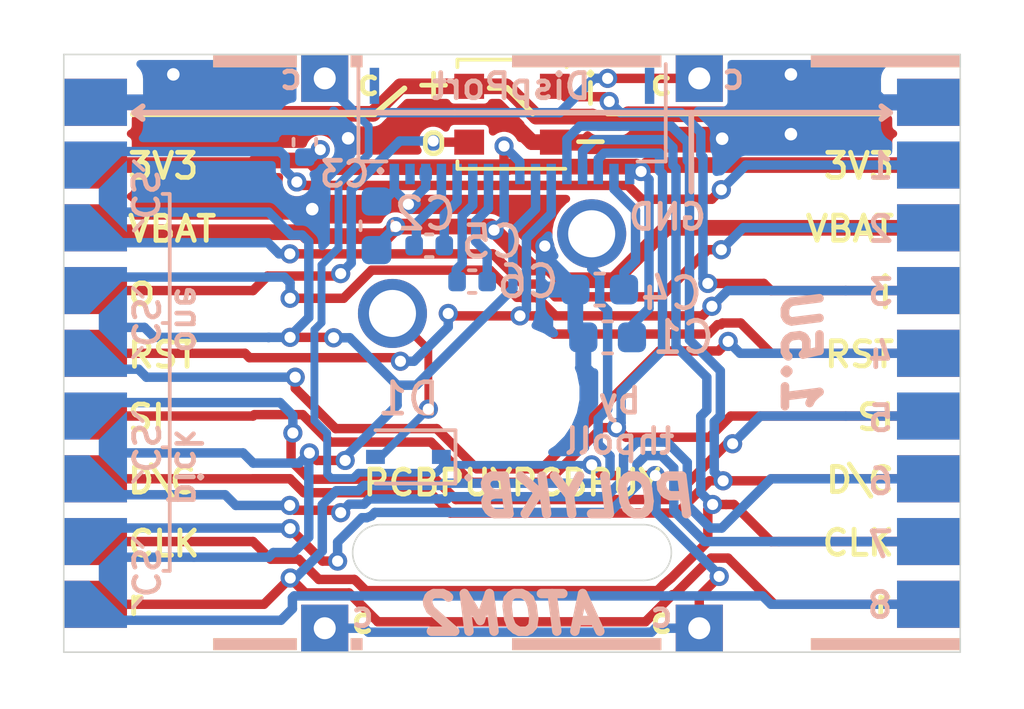
<source format=kicad_pcb>
(kicad_pcb (version 20171130) (host pcbnew "(5.1.9)-1")

  (general
    (thickness 1.6)
    (drawings 96)
    (tracks 534)
    (zones 0)
    (modules 18)
    (nets 28)
  )

  (page A4)
  (layers
    (0 F.Cu signal)
    (31 B.Cu signal)
    (32 B.Adhes user)
    (33 F.Adhes user)
    (34 B.Paste user)
    (35 F.Paste user)
    (36 B.SilkS user)
    (37 F.SilkS user)
    (38 B.Mask user)
    (39 F.Mask user)
    (40 Dwgs.User user)
    (41 Cmts.User user)
    (42 Eco1.User user)
    (43 Eco2.User user)
    (44 Edge.Cuts user)
    (45 Margin user)
    (46 B.CrtYd user)
    (47 F.CrtYd user)
    (48 B.Fab user)
    (49 F.Fab user)
  )

  (setup
    (last_trace_width 0.25)
    (user_trace_width 0.254)
    (user_trace_width 0.2921)
    (user_trace_width 0.3)
    (user_trace_width 0.4)
    (user_trace_width 0.5)
    (user_trace_width 0.75)
    (user_trace_width 1)
    (trace_clearance 0.13)
    (zone_clearance 0.15)
    (zone_45_only no)
    (trace_min 0.2)
    (via_size 0.8)
    (via_drill 0.4)
    (via_min_size 0.4)
    (via_min_drill 0.3)
    (user_via 0.6096 0.3556)
    (uvia_size 0.3)
    (uvia_drill 0.1)
    (uvias_allowed no)
    (uvia_min_size 0.2)
    (uvia_min_drill 0.1)
    (edge_width 0.05)
    (segment_width 0.2)
    (pcb_text_width 0.3)
    (pcb_text_size 1.5 1.5)
    (mod_edge_width 0.12)
    (mod_text_size 1 1)
    (mod_text_width 0.15)
    (pad_size 1.524 1.524)
    (pad_drill 0.762)
    (pad_to_mask_clearance 0)
    (aux_axis_origin 0 0)
    (visible_elements 7FFFFFFF)
    (pcbplotparams
      (layerselection 0x032ff_ffffffff)
      (usegerberextensions true)
      (usegerberattributes true)
      (usegerberadvancedattributes true)
      (creategerberjobfile false)
      (excludeedgelayer true)
      (linewidth 0.127000)
      (plotframeref false)
      (viasonmask false)
      (mode 1)
      (useauxorigin false)
      (hpglpennumber 1)
      (hpglpenspeed 20)
      (hpglpendiameter 15.000000)
      (psnegative false)
      (psa4output false)
      (plotreference true)
      (plotvalue false)
      (plotinvisibletext false)
      (padsonsilk false)
      (subtractmaskfromsilk true)
      (outputformat 1)
      (mirror false)
      (drillshape 0)
      (scaleselection 1)
      (outputdirectory "Gerber/"))
  )

  (net 0 "")
  (net 1 /Keyboard/sheet605ED2EB/GND)
  (net 2 /Keyboard/sheet605ED2EB/3V3)
  (net 3 /Keyboard/sheet605ED2EB/4V2)
  (net 4 "Net-(C4-Pad1)")
  (net 5 "Net-(C5-Pad2)")
  (net 6 "Net-(C5-Pad1)")
  (net 7 "Net-(C6-Pad2)")
  (net 8 "Net-(C6-Pad1)")
  (net 9 /Keyboard/sheet605ED2EB/CS)
  (net 10 /Keyboard/sheet605ED2EB/RESET)
  (net 11 /Keyboard/sheet605ED2EB/D-C)
  (net 12 /Keyboard/sheet605ED2EB/SCLK)
  (net 13 /Keyboard/sheet605ED2EB/SDIN)
  (net 14 /Keyboard/sheet605ED2EB/LED_DOUT)
  (net 15 /Keyboard/sheet605ED2EB/LED_DIN)
  (net 16 /Keyboard/sheet605ED2EB/5V)
  (net 17 "Net-(D1-Pad2)")
  (net 18 /Keyboard/sheet605ED2EB/KeyRow)
  (net 19 /Keyboard/sheet605ED2EB/KeyCol)
  (net 20 CS8)
  (net 21 CS7)
  (net 22 CS6)
  (net 23 CS5)
  (net 24 CS4)
  (net 25 CS3)
  (net 26 CS2)
  (net 27 CS1)

  (net_class Default "This is the default net class."
    (clearance 0.13)
    (trace_width 0.25)
    (via_dia 0.8)
    (via_drill 0.4)
    (uvia_dia 0.3)
    (uvia_drill 0.1)
    (add_net /Keyboard/sheet605ED2EB/3V3)
    (add_net /Keyboard/sheet605ED2EB/4V2)
    (add_net /Keyboard/sheet605ED2EB/5V)
    (add_net /Keyboard/sheet605ED2EB/CS)
    (add_net /Keyboard/sheet605ED2EB/D-C)
    (add_net /Keyboard/sheet605ED2EB/GND)
    (add_net /Keyboard/sheet605ED2EB/KeyCol)
    (add_net /Keyboard/sheet605ED2EB/KeyRow)
    (add_net /Keyboard/sheet605ED2EB/LED_DIN)
    (add_net /Keyboard/sheet605ED2EB/LED_DOUT)
    (add_net /Keyboard/sheet605ED2EB/RESET)
    (add_net /Keyboard/sheet605ED2EB/SCLK)
    (add_net /Keyboard/sheet605ED2EB/SDIN)
    (add_net CS1)
    (add_net CS2)
    (add_net CS3)
    (add_net CS4)
    (add_net CS5)
    (add_net CS6)
    (add_net CS7)
    (add_net CS8)
    (add_net "Net-(C4-Pad1)")
    (add_net "Net-(C5-Pad1)")
    (add_net "Net-(C5-Pad2)")
    (add_net "Net-(C6-Pad1)")
    (add_net "Net-(C6-Pad2)")
    (add_net "Net-(D1-Pad2)")
  )

  (module Diode_SMD:D_SOD-323 (layer B.Cu) (tedit 58641739) (tstamp 613F4AAC)
    (at 267.208 120.142 180)
    (descr SOD-323)
    (tags SOD-323)
    (path /60775168/605ED310/60DD5B2A)
    (attr smd)
    (fp_text reference D1 (at 0 1.85) (layer B.SilkS)
      (effects (font (size 1 1) (thickness 0.15)) (justify mirror))
    )
    (fp_text value D_Small (at 0.1 -1.9) (layer B.Fab)
      (effects (font (size 1 1) (thickness 0.15)) (justify mirror))
    )
    (fp_line (start -1.5 0.85) (end -1.5 -0.85) (layer B.SilkS) (width 0.12))
    (fp_line (start 0.2 0) (end 0.45 0) (layer B.Fab) (width 0.1))
    (fp_line (start 0.2 -0.35) (end -0.3 0) (layer B.Fab) (width 0.1))
    (fp_line (start 0.2 0.35) (end 0.2 -0.35) (layer B.Fab) (width 0.1))
    (fp_line (start -0.3 0) (end 0.2 0.35) (layer B.Fab) (width 0.1))
    (fp_line (start -0.3 0) (end -0.5 0) (layer B.Fab) (width 0.1))
    (fp_line (start -0.3 0.35) (end -0.3 -0.35) (layer B.Fab) (width 0.1))
    (fp_line (start -0.9 -0.7) (end -0.9 0.7) (layer B.Fab) (width 0.1))
    (fp_line (start 0.9 -0.7) (end -0.9 -0.7) (layer B.Fab) (width 0.1))
    (fp_line (start 0.9 0.7) (end 0.9 -0.7) (layer B.Fab) (width 0.1))
    (fp_line (start -0.9 0.7) (end 0.9 0.7) (layer B.Fab) (width 0.1))
    (fp_line (start -1.6 0.95) (end 1.6 0.95) (layer B.CrtYd) (width 0.05))
    (fp_line (start 1.6 0.95) (end 1.6 -0.95) (layer B.CrtYd) (width 0.05))
    (fp_line (start -1.6 -0.95) (end 1.6 -0.95) (layer B.CrtYd) (width 0.05))
    (fp_line (start -1.6 0.95) (end -1.6 -0.95) (layer B.CrtYd) (width 0.05))
    (fp_line (start -1.5 -0.85) (end 1.05 -0.85) (layer B.SilkS) (width 0.12))
    (fp_line (start -1.5 0.85) (end 1.05 0.85) (layer B.SilkS) (width 0.12))
    (fp_text user %R (at 0 1.85) (layer B.Fab)
      (effects (font (size 1 1) (thickness 0.15)) (justify mirror))
    )
    (pad 2 smd rect (at 1.05 0 180) (size 0.6 0.45) (layers B.Cu B.Paste B.Mask)
      (net 17 "Net-(D1-Pad2)"))
    (pad 1 smd rect (at -1.05 0 180) (size 0.6 0.45) (layers B.Cu B.Paste B.Mask)
      (net 19 /Keyboard/sheet605ED2EB/KeyCol))
    (model ${KISYS3DMOD}/Diode_SMD.3dshapes/D_SOD-323.wrl
      (at (xyz 0 0 0))
      (scale (xyz 1 1 1))
      (rotate (xyz 0 0 0))
    )
  )

  (module poly_kb:FPC_16_JUSHUO_AFC05_S16FIA_00 (layer B.Cu) (tedit 6140915F) (tstamp 613F4AD2)
    (at 270.51 111.125)
    (path /60775168/605ED310/5FC4B7AD)
    (attr smd)
    (fp_text reference J1 (at 0 -1.475) (layer B.SilkS) hide
      (effects (font (size 1 1) (thickness 0.15)) (justify mirror))
    )
    (fp_text value Conn_01x16 (at 0 -2.625) (layer B.Fab)
      (effects (font (size 1 1) (thickness 0.15)) (justify mirror))
    )
    (fp_line (start -4.895 -3.5) (end -4.895 -0.4) (layer B.SilkS) (width 0.12))
    (fp_line (start 4.9 -3.505) (end 4.9 -0.4) (layer B.SilkS) (width 0.12))
    (fp_line (start -4.895 -0.4) (end -4 -0.4) (layer B.SilkS) (width 0.12))
    (fp_line (start 4.895 -0.4) (end 4 -0.4) (layer B.SilkS) (width 0.12))
    (fp_line (start -4.9 -0.45) (end 4.9 -0.45) (layer B.CrtYd) (width 0.05))
    (fp_line (start 4.9 -0.45) (end 4.9 -3.5) (layer B.CrtYd) (width 0.05))
    (fp_line (start -4.9 -3.5) (end 4.9 -3.5) (layer B.CrtYd) (width 0.05))
    (fp_line (start -4.9 -0.45) (end -4.9 -3.5) (layer B.CrtYd) (width 0.05))
    (pad 0 smd rect (at 4.385 -2.81) (size 0.3 1.15) (layers B.Cu B.Paste B.Mask))
    (pad 0 smd rect (at -4.385 -2.81) (size 0.3 1.15) (layers B.Cu B.Paste B.Mask))
    (pad 16 smd rect (at 3.75 0) (size 0.3 0.65) (layers B.Cu B.Paste B.Mask)
      (net 2 /Keyboard/sheet605ED2EB/3V3))
    (pad 15 smd rect (at 3.25 0) (size 0.3 0.65) (layers B.Cu B.Paste B.Mask)
      (net 4 "Net-(C4-Pad1)"))
    (pad 14 smd rect (at 2.75 0) (size 0.3 0.65) (layers B.Cu B.Paste B.Mask)
      (net 13 /Keyboard/sheet605ED2EB/SDIN))
    (pad 13 smd rect (at 2.25 0) (size 0.3 0.65) (layers B.Cu B.Paste B.Mask)
      (net 12 /Keyboard/sheet605ED2EB/SCLK))
    (pad 12 smd rect (at 1.75 0) (size 0.3 0.65) (layers B.Cu B.Paste B.Mask)
      (net 11 /Keyboard/sheet605ED2EB/D-C))
    (pad 11 smd rect (at 1.25 0) (size 0.3 0.65) (layers B.Cu B.Paste B.Mask)
      (net 10 /Keyboard/sheet605ED2EB/RESET))
    (pad 10 smd rect (at 0.75 0) (size 0.3 0.65) (layers B.Cu B.Paste B.Mask)
      (net 9 /Keyboard/sheet605ED2EB/CS))
    (pad 9 smd rect (at 0.25 0) (size 0.3 0.65) (layers B.Cu B.Paste B.Mask)
      (net 2 /Keyboard/sheet605ED2EB/3V3))
    (pad 8 smd rect (at -0.25 0) (size 0.3 0.65) (layers B.Cu B.Paste B.Mask)
      (net 3 /Keyboard/sheet605ED2EB/4V2))
    (pad 7 smd rect (at -0.75 0) (size 0.3 0.65) (layers B.Cu B.Paste B.Mask)
      (net 7 "Net-(C6-Pad2)"))
    (pad 6 smd rect (at -1.25 0) (size 0.3 0.65) (layers B.Cu B.Paste B.Mask)
      (net 8 "Net-(C6-Pad1)"))
    (pad 5 smd rect (at -1.75 0) (size 0.3 0.65) (layers B.Cu B.Paste B.Mask)
      (net 5 "Net-(C5-Pad2)"))
    (pad 4 smd rect (at -2.25 0) (size 0.3 0.65) (layers B.Cu B.Paste B.Mask)
      (net 6 "Net-(C5-Pad1)"))
    (pad 3 smd rect (at -2.75 0) (size 0.3 0.65) (layers B.Cu B.Paste B.Mask)
      (net 1 /Keyboard/sheet605ED2EB/GND))
    (pad 2 smd rect (at -3.25 0) (size 0.3 0.65) (layers B.Cu B.Paste B.Mask))
    (pad 1 smd rect (at -3.75 0) (size 0.3 0.65) (layers B.Cu B.Paste B.Mask)
      (net 1 /Keyboard/sheet605ED2EB/GND))
  )

  (module poly_kb:SW_Cherry_MX_1.00u_PCB_NoSilk (layer F.Cu) (tedit 61409127) (tstamp 613F5E86)
    (at 273.05 113.03)
    (descr "Cherry MX keyswitch, 1.00u, PCB mount, http://cherryamericas.com/wp-content/uploads/2014/12/mx_cat.pdf")
    (tags "Cherry MX keyswitch 1.00u PCB")
    (path /60775168/605ED310/60DD50C7)
    (fp_text reference SW1 (at -2.4765 3.175) (layer F.SilkS) hide
      (effects (font (size 1 1) (thickness 0.15)))
    )
    (fp_text value SW_Push (at -2.54 12.954) (layer F.Fab)
      (effects (font (size 1 1) (thickness 0.15)))
    )
    (fp_line (start -8.89 -1.27) (end 3.81 -1.27) (layer F.Fab) (width 0.1))
    (fp_line (start 3.81 -1.27) (end 3.81 11.43) (layer F.Fab) (width 0.1))
    (fp_line (start 3.81 11.43) (end -8.89 11.43) (layer F.Fab) (width 0.1))
    (fp_line (start -8.89 11.43) (end -8.89 -1.27) (layer F.Fab) (width 0.1))
    (fp_line (start -9.14 11.68) (end -9.14 -1.52) (layer F.CrtYd) (width 0.05))
    (fp_line (start 4.06 11.68) (end -9.14 11.68) (layer F.CrtYd) (width 0.05))
    (fp_line (start 4.06 -1.52) (end 4.06 11.68) (layer F.CrtYd) (width 0.05))
    (fp_line (start -9.14 -1.52) (end 4.06 -1.52) (layer F.CrtYd) (width 0.05))
    (fp_line (start -12.065 -4.445) (end 6.985 -4.445) (layer Dwgs.User) (width 0.15))
    (fp_line (start 6.985 -4.445) (end 6.985 14.605) (layer Dwgs.User) (width 0.15))
    (fp_line (start 6.985 14.605) (end -12.065 14.605) (layer Dwgs.User) (width 0.15))
    (fp_line (start -12.065 14.605) (end -12.065 -4.445) (layer Dwgs.User) (width 0.15))
    (fp_text user %R (at -2.54 -2.794) (layer F.Fab)
      (effects (font (size 1 1) (thickness 0.15)))
    )
    (pad 1 thru_hole circle (at 0 0) (size 2.2 2.2) (drill 1.5) (layers *.Cu *.Mask)
      (net 18 /Keyboard/sheet605ED2EB/KeyRow))
    (pad 2 thru_hole circle (at -6.35 2.54) (size 2.2 2.2) (drill 1.5) (layers *.Cu *.Mask)
      (net 17 "Net-(D1-Pad2)"))
    (pad "" np_thru_hole circle (at -2.54 5.08) (size 4 4) (drill 4) (layers *.Cu *.Mask))
    (pad "" np_thru_hole circle (at -7.62 5.08) (size 1.7 1.7) (drill 1.7) (layers *.Cu *.Mask))
    (pad "" np_thru_hole circle (at 2.54 5.08) (size 1.7 1.7) (drill 1.7) (layers *.Cu *.Mask))
    (model ${KISYS3DMOD}/Button_Switch_Keyboard.3dshapes/SW_Cherry_MX_1.00u_PCB.wrl
      (at (xyz 0 0 0))
      (scale (xyz 1 1 1))
      (rotate (xyz 0 0 0))
    )
    (model ${KISYS3DMOD}/SW_Cherry_MX_PCB.wrl
      (offset (xyz -2.54 -5.08 0))
      (scale (xyz 1 1 1))
      (rotate (xyz 0 0 0))
    )
  )

  (module poly_kb:AtomConnectCS (layer B.Cu) (tedit 61408B88) (tstamp 6140566D)
    (at 257.2385 116.84 270)
    (path /60775168/613F0D03)
    (fp_text reference J5 (at 0 2.4 90) (layer B.SilkS) hide
      (effects (font (size 1 1) (thickness 0.15)) (justify mirror))
    )
    (fp_text value WestBack (at 0 -2.2 90) (layer B.Fab)
      (effects (font (size 1 1) (thickness 0.15)) (justify mirror))
    )
    (pad 10 smd custom (at 6.5 -0.75 270) (size 0.5 0.5) (layers B.Cu B.Paste B.Mask)
      (net 9 /Keyboard/sheet605ED2EB/CS) (zone_connect 0)
      (options (clearance outline) (anchor circle))
      (primitives
        (gr_poly (pts
           (xy 0.75 0.65) (xy 1.65 -0.25) (xy 0.75 -0.25)) (width 0))
        (gr_poly (pts
           (xy 0.25 0.65) (xy -0.65 -0.25) (xy 0.25 -0.25)) (width 0))
        (gr_poly (pts
           (xy 0.75 -0.25) (xy 0.25 -0.25) (xy 0.25 0.65) (xy 0.75 0.65)) (width 0))
      ))
    (pad 10 smd custom (at 2.5 -0.75 270) (size 0.5 0.5) (layers B.Cu B.Paste B.Mask)
      (net 9 /Keyboard/sheet605ED2EB/CS) (zone_connect 0)
      (options (clearance outline) (anchor circle))
      (primitives
        (gr_poly (pts
           (xy 0.75 0.65) (xy 1.65 -0.25) (xy 0.75 -0.25)) (width 0))
        (gr_poly (pts
           (xy 0.25 0.65) (xy -0.65 -0.25) (xy 0.25 -0.25)) (width 0))
        (gr_poly (pts
           (xy 0.75 -0.25) (xy 0.25 -0.25) (xy 0.25 0.65) (xy 0.75 0.65)) (width 0))
      ))
    (pad 10 smd custom (at -1.5 -0.75 270) (size 0.5 0.5) (layers B.Cu B.Paste B.Mask)
      (net 9 /Keyboard/sheet605ED2EB/CS) (zone_connect 0)
      (options (clearance outline) (anchor circle))
      (primitives
        (gr_poly (pts
           (xy 0.75 0.65) (xy 1.65 -0.25) (xy 0.75 -0.25)) (width 0))
        (gr_poly (pts
           (xy 0.25 0.65) (xy -0.65 -0.25) (xy 0.25 -0.25)) (width 0))
        (gr_poly (pts
           (xy 0.75 -0.25) (xy 0.25 -0.25) (xy 0.25 0.65) (xy 0.75 0.65)) (width 0))
      ))
    (pad 10 smd custom (at -5.5 -0.75 270) (size 0.5 0.5) (layers B.Cu B.Paste B.Mask)
      (net 9 /Keyboard/sheet605ED2EB/CS) (zone_connect 0)
      (options (clearance outline) (anchor circle))
      (primitives
        (gr_poly (pts
           (xy 0.75 0.65) (xy 1.65 -0.25) (xy 0.75 -0.25)) (width 0))
        (gr_poly (pts
           (xy 0.25 0.65) (xy -0.65 -0.25) (xy 0.25 -0.25)) (width 0))
        (gr_poly (pts
           (xy 0.75 -0.25) (xy 0.25 -0.25) (xy 0.25 0.65) (xy 0.75 0.65)) (width 0))
      ))
    (pad 9 smd custom (at 8 0.5 90) (size 1 1) (layers B.Cu B.Paste B.Mask)
      (net 20 CS8) (zone_connect 0)
      (options (clearance outline) (anchor rect))
      (primitives
        (gr_poly (pts
           (xy 0.75 0.3) (xy 0.75 -0.5) (xy -0.75 -0.5) (xy -0.75 1.5) (xy -0.45 1.5)
) (width 0))
      ))
    (pad 8 smd custom (at 6 0.5 90) (size 1 1) (layers B.Cu B.Paste B.Mask)
      (net 21 CS7) (zone_connect 0)
      (options (clearance outline) (anchor rect))
      (primitives
        (gr_poly (pts
           (xy -0.75 0.3) (xy -0.75 -0.5) (xy 0.75 -0.5) (xy 0.75 1.5) (xy 0.45 1.5)
) (width 0))
      ))
    (pad 7 smd custom (at 4 0.5 90) (size 1 1) (layers B.Cu B.Paste B.Mask)
      (net 22 CS6) (zone_connect 0)
      (options (clearance outline) (anchor rect))
      (primitives
        (gr_poly (pts
           (xy 0.75 0.3) (xy 0.75 -0.5) (xy -0.75 -0.5) (xy -0.75 1.5) (xy -0.45 1.5)
) (width 0))
      ))
    (pad 6 smd custom (at 2 0.5 90) (size 1 1) (layers B.Cu B.Paste B.Mask)
      (net 23 CS5) (zone_connect 0)
      (options (clearance outline) (anchor rect))
      (primitives
        (gr_poly (pts
           (xy -0.75 0.3) (xy -0.75 -0.5) (xy 0.75 -0.5) (xy 0.75 1.5) (xy 0.45 1.5)
) (width 0))
      ))
    (pad 5 smd custom (at 0 0.5 90) (size 1 1) (layers B.Cu B.Paste B.Mask)
      (net 24 CS4) (zone_connect 0)
      (options (clearance outline) (anchor rect))
      (primitives
        (gr_poly (pts
           (xy 0.75 0.3) (xy 0.75 -0.5) (xy -0.75 -0.5) (xy -0.75 1.5) (xy -0.45 1.5)
) (width 0))
      ))
    (pad 4 smd custom (at -2 0.5 90) (size 1 1) (layers B.Cu B.Paste B.Mask)
      (net 25 CS3) (zone_connect 0)
      (options (clearance outline) (anchor rect))
      (primitives
        (gr_poly (pts
           (xy -0.75 0.3) (xy -0.75 -0.5) (xy 0.75 -0.5) (xy 0.75 1.5) (xy 0.45 1.5)
) (width 0))
      ))
    (pad 3 smd custom (at -4 0.5 90) (size 1 1) (layers B.Cu B.Paste B.Mask)
      (net 26 CS2) (zone_connect 0)
      (options (clearance outline) (anchor rect))
      (primitives
        (gr_poly (pts
           (xy 0.75 0.3) (xy 0.75 -0.5) (xy -0.75 -0.5) (xy -0.75 1.5) (xy -0.45 1.5)
) (width 0))
      ))
    (pad 2 smd custom (at -6 0.5 90) (size 1 1) (layers B.Cu B.Paste B.Mask)
      (net 27 CS1) (zone_connect 0)
      (options (clearance outline) (anchor rect))
      (primitives
        (gr_poly (pts
           (xy -0.75 0.3) (xy -0.75 -0.5) (xy 0.75 -0.5) (xy 0.75 1.5) (xy 0.45 1.5)
) (width 0))
      ))
    (pad 1 smd rect (at -8 0 270) (size 1.5 2) (layers B.Cu B.Paste B.Mask)
      (net 1 /Keyboard/sheet605ED2EB/GND) (zone_connect 0))
  )

  (module poly_kb:AtomConnect2 (layer B.Cu) (tedit 61407A48) (tstamp 613F4B1E)
    (at 283.7815 116.84 270)
    (path /60775168/613EFBA3)
    (fp_text reference J6 (at 0 -2.159 90) (layer B.SilkS) hide
      (effects (font (size 1 1) (thickness 0.15)) (justify mirror))
    )
    (fp_text value EastBack (at 0 -2.2 90) (layer B.Fab)
      (effects (font (size 1 1) (thickness 0.15)) (justify mirror))
    )
    (pad 9 smd rect (at 8 0 270) (size 1.5 2) (layers B.Cu B.Paste B.Mask)
      (net 20 CS8))
    (pad 8 smd rect (at 6 0 270) (size 1.5 2) (layers B.Cu B.Paste B.Mask)
      (net 21 CS7))
    (pad 7 smd rect (at 4 0 270) (size 1.5 2) (layers B.Cu B.Paste B.Mask)
      (net 22 CS6))
    (pad 1 smd rect (at -8 0 270) (size 1.5 2) (layers B.Cu B.Paste B.Mask)
      (net 1 /Keyboard/sheet605ED2EB/GND))
    (pad 6 smd rect (at 2 0 270) (size 1.5 2) (layers B.Cu B.Paste B.Mask)
      (net 23 CS5))
    (pad 2 smd rect (at -6 0 270) (size 1.5 2) (layers B.Cu B.Paste B.Mask)
      (net 27 CS1))
    (pad 3 smd rect (at -4 0 270) (size 1.5 2) (layers B.Cu B.Paste B.Mask)
      (net 26 CS2))
    (pad 4 smd rect (at -2 0 270) (size 1.5 2) (layers B.Cu B.Paste B.Mask)
      (net 25 CS3))
    (pad 5 smd rect (at 0 0 270) (size 1.5 2) (layers B.Cu B.Paste B.Mask)
      (net 24 CS4))
  )

  (module poly_kb:AtomConnect2 (layer F.Cu) (tedit 61407A48) (tstamp 613F4AF8)
    (at 283.7815 116.84 270)
    (path /60775168/60DD874F)
    (fp_text reference J4 (at 0 -2.4 90) (layer F.SilkS) hide
      (effects (font (size 1 1) (thickness 0.15)))
    )
    (fp_text value EastFront (at 0 2.2 90) (layer F.Fab)
      (effects (font (size 1 1) (thickness 0.15)))
    )
    (pad 9 smd rect (at 8 0 270) (size 1.5 2) (layers F.Cu F.Paste F.Mask)
      (net 18 /Keyboard/sheet605ED2EB/KeyRow))
    (pad 8 smd rect (at 6 0 270) (size 1.5 2) (layers F.Cu F.Paste F.Mask)
      (net 12 /Keyboard/sheet605ED2EB/SCLK))
    (pad 7 smd rect (at 4 0 270) (size 1.5 2) (layers F.Cu F.Paste F.Mask)
      (net 11 /Keyboard/sheet605ED2EB/D-C))
    (pad 1 smd rect (at -8 0 270) (size 1.5 2) (layers F.Cu F.Paste F.Mask)
      (net 16 /Keyboard/sheet605ED2EB/5V))
    (pad 6 smd rect (at 2 0 270) (size 1.5 2) (layers F.Cu F.Paste F.Mask)
      (net 13 /Keyboard/sheet605ED2EB/SDIN))
    (pad 2 smd rect (at -6 0 270) (size 1.5 2) (layers F.Cu F.Paste F.Mask)
      (net 2 /Keyboard/sheet605ED2EB/3V3))
    (pad 3 smd rect (at -4 0 270) (size 1.5 2) (layers F.Cu F.Paste F.Mask)
      (net 3 /Keyboard/sheet605ED2EB/4V2))
    (pad 4 smd rect (at -2 0 270) (size 1.5 2) (layers F.Cu F.Paste F.Mask)
      (net 15 /Keyboard/sheet605ED2EB/LED_DIN))
    (pad 5 smd rect (at 0 0 270) (size 1.5 2) (layers F.Cu F.Paste F.Mask)
      (net 10 /Keyboard/sheet605ED2EB/RESET))
  )

  (module poly_kb:AtomConnect2 (layer F.Cu) (tedit 61407A48) (tstamp 613F4AE5)
    (at 257.2385 116.84 270)
    (path /60775168/6132B688)
    (fp_text reference J3 (at 0 -2.4 90) (layer F.SilkS) hide
      (effects (font (size 1 1) (thickness 0.15)))
    )
    (fp_text value WestFront (at 0 2.2 90) (layer F.Fab)
      (effects (font (size 1 1) (thickness 0.15)))
    )
    (pad 9 smd rect (at 8 0 270) (size 1.5 2) (layers F.Cu F.Paste F.Mask)
      (net 18 /Keyboard/sheet605ED2EB/KeyRow))
    (pad 8 smd rect (at 6 0 270) (size 1.5 2) (layers F.Cu F.Paste F.Mask)
      (net 12 /Keyboard/sheet605ED2EB/SCLK))
    (pad 7 smd rect (at 4 0 270) (size 1.5 2) (layers F.Cu F.Paste F.Mask)
      (net 11 /Keyboard/sheet605ED2EB/D-C))
    (pad 1 smd rect (at -8 0 270) (size 1.5 2) (layers F.Cu F.Paste F.Mask)
      (net 16 /Keyboard/sheet605ED2EB/5V))
    (pad 6 smd rect (at 2 0 270) (size 1.5 2) (layers F.Cu F.Paste F.Mask)
      (net 13 /Keyboard/sheet605ED2EB/SDIN))
    (pad 2 smd rect (at -6 0 270) (size 1.5 2) (layers F.Cu F.Paste F.Mask)
      (net 2 /Keyboard/sheet605ED2EB/3V3))
    (pad 3 smd rect (at -4 0 270) (size 1.5 2) (layers F.Cu F.Paste F.Mask)
      (net 3 /Keyboard/sheet605ED2EB/4V2))
    (pad 4 smd rect (at -2 0 270) (size 1.5 2) (layers F.Cu F.Paste F.Mask)
      (net 14 /Keyboard/sheet605ED2EB/LED_DOUT))
    (pad 5 smd rect (at 0 0 270) (size 1.5 2) (layers F.Cu F.Paste F.Mask)
      (net 10 /Keyboard/sheet605ED2EB/RESET))
  )

  (module poly_kb:TestPoin_1.5x1.5mm_Drill0.7mm (layer F.Cu) (tedit 61406E0F) (tstamp 61407B7F)
    (at 276.479 125.603)
    (descr "THT rectangular pad as test Point, square 1.5mm side length, hole diameter 0.7mm")
    (tags "test point THT pad rectangle square")
    (path /60775168/61444659)
    (attr virtual)
    (fp_text reference J9 (at -1.397 0.127) (layer F.SilkS) hide
      (effects (font (size 0.8 0.8) (thickness 0.153)))
    )
    (fp_text value South2 (at 0 1.75) (layer F.Fab)
      (effects (font (size 1 1) (thickness 0.15)))
    )
    (fp_text user %R (at 0 -1.65) (layer F.Fab)
      (effects (font (size 1 1) (thickness 0.15)))
    )
    (pad 1 thru_hole rect (at 0 0) (size 1.5 1.5) (drill 0.7) (layers *.Cu *.Mask)
      (net 19 /Keyboard/sheet605ED2EB/KeyCol))
  )

  (module poly_kb:TestPoin_1.5x1.5mm_Drill0.7mm (layer F.Cu) (tedit 61406E0F) (tstamp 61407B71)
    (at 264.541 108.077)
    (descr "THT rectangular pad as test Point, square 1.5mm side length, hole diameter 0.7mm")
    (tags "test point THT pad rectangle square")
    (path /60775168/61441F3E)
    (attr virtual)
    (fp_text reference J8 (at -1.143 0) (layer F.SilkS) hide
      (effects (font (size 0.8 0.8) (thickness 0.153)))
    )
    (fp_text value North2 (at 0 1.75) (layer F.Fab)
      (effects (font (size 1 1) (thickness 0.15)))
    )
    (fp_text user %R (at 0 -1.65) (layer F.Fab) hide
      (effects (font (size 1 1) (thickness 0.15)))
    )
    (pad 1 thru_hole rect (at 0 0) (size 1.5 1.5) (drill 0.7) (layers *.Cu *.Mask)
      (net 19 /Keyboard/sheet605ED2EB/KeyCol))
  )

  (module poly_kb:TestPoin_1.5x1.5mm_Drill0.7mm (layer F.Cu) (tedit 61406E0F) (tstamp 6140A051)
    (at 264.541 125.603)
    (descr "THT rectangular pad as test Point, square 1.5mm side length, hole diameter 0.7mm")
    (tags "test point THT pad rectangle square")
    (path /60775168/61410C7E)
    (attr virtual)
    (fp_text reference J7 (at 1.397 0.127) (layer F.SilkS) hide
      (effects (font (size 0.8 0.8) (thickness 0.153)))
    )
    (fp_text value South (at 0 1.75) (layer F.Fab)
      (effects (font (size 1 1) (thickness 0.15)))
    )
    (fp_text user %R (at 0 -1.65) (layer F.Fab)
      (effects (font (size 1 1) (thickness 0.15)))
    )
    (pad 1 thru_hole rect (at 0 0) (size 1.5 1.5) (drill 0.7) (layers *.Cu *.Mask)
      (net 19 /Keyboard/sheet605ED2EB/KeyCol))
  )

  (module poly_kb:TestPoin_1.5x1.5mm_Drill0.7mm (layer F.Cu) (tedit 61406E0F) (tstamp 61407AC5)
    (at 276.479 108.077)
    (descr "THT rectangular pad as test Point, square 1.5mm side length, hole diameter 0.7mm")
    (tags "test point THT pad rectangle square")
    (path /60775168/61409CF2)
    (attr virtual)
    (fp_text reference J2 (at 1.143 -0.127) (layer F.SilkS) hide
      (effects (font (size 0.8 0.8) (thickness 0.153)))
    )
    (fp_text value North (at 0 1.75) (layer F.Fab)
      (effects (font (size 1 1) (thickness 0.15)))
    )
    (fp_text user %R (at 0 -1.65) (layer F.Fab)
      (effects (font (size 1 1) (thickness 0.15)))
    )
    (pad 1 thru_hole rect (at 0 0) (size 1.5 1.5) (drill 0.7) (layers *.Cu *.Mask)
      (net 19 /Keyboard/sheet605ED2EB/KeyCol))
  )

  (module Capacitor_SMD:C_0603_1608Metric (layer B.Cu) (tedit 5F68FEEE) (tstamp 613F4A72)
    (at 273.304 114.808 180)
    (descr "Capacitor SMD 0603 (1608 Metric), square (rectangular) end terminal, IPC_7351 nominal, (Body size source: IPC-SM-782 page 76, https://www.pcb-3d.com/wordpress/wp-content/uploads/ipc-sm-782a_amendment_1_and_2.pdf), generated with kicad-footprint-generator")
    (tags capacitor)
    (path /60775168/605ED310/607EA96B)
    (attr smd)
    (fp_text reference C4 (at -2.286 -0.127) (layer B.SilkS)
      (effects (font (size 1 1) (thickness 0.15)) (justify mirror))
    )
    (fp_text value 4.7uF (at 0 -1.43) (layer B.Fab)
      (effects (font (size 1 1) (thickness 0.15)) (justify mirror))
    )
    (fp_line (start -0.8 -0.4) (end -0.8 0.4) (layer B.Fab) (width 0.1))
    (fp_line (start -0.8 0.4) (end 0.8 0.4) (layer B.Fab) (width 0.1))
    (fp_line (start 0.8 0.4) (end 0.8 -0.4) (layer B.Fab) (width 0.1))
    (fp_line (start 0.8 -0.4) (end -0.8 -0.4) (layer B.Fab) (width 0.1))
    (fp_line (start -0.14058 0.51) (end 0.14058 0.51) (layer B.SilkS) (width 0.12))
    (fp_line (start -0.14058 -0.51) (end 0.14058 -0.51) (layer B.SilkS) (width 0.12))
    (fp_line (start -1.48 -0.73) (end -1.48 0.73) (layer B.CrtYd) (width 0.05))
    (fp_line (start -1.48 0.73) (end 1.48 0.73) (layer B.CrtYd) (width 0.05))
    (fp_line (start 1.48 0.73) (end 1.48 -0.73) (layer B.CrtYd) (width 0.05))
    (fp_line (start 1.48 -0.73) (end -1.48 -0.73) (layer B.CrtYd) (width 0.05))
    (fp_text user %R (at 0 0) (layer B.Fab)
      (effects (font (size 0.4 0.4) (thickness 0.06)) (justify mirror))
    )
    (pad 2 smd roundrect (at 0.775 0 180) (size 0.9 0.95) (layers B.Cu B.Paste B.Mask) (roundrect_rratio 0.25)
      (net 1 /Keyboard/sheet605ED2EB/GND))
    (pad 1 smd roundrect (at -0.775 0 180) (size 0.9 0.95) (layers B.Cu B.Paste B.Mask) (roundrect_rratio 0.25)
      (net 4 "Net-(C4-Pad1)"))
    (model ${KISYS3DMOD}/Capacitor_SMD.3dshapes/C_0603_1608Metric.wrl
      (at (xyz 0 0 0))
      (scale (xyz 1 1 1))
      (rotate (xyz 0 0 0))
    )
  )

  (module poly_kb:WS2812B-Mini (layer F.Cu) (tedit 5FC48428) (tstamp 613F4B34)
    (at 270.51 109.22)
    (path /60775168/605ED310/607EA967)
    (attr smd)
    (fp_text reference LED1 (at 0 0 180) (layer F.SilkS) hide
      (effects (font (size 0.6 0.6) (thickness 0.15)))
    )
    (fp_text value WS2812B-Mini (at 0 0 180) (layer F.Fab)
      (effects (font (size 0.6 0.6) (thickness 0.15)))
    )
    (fp_line (start -1.74 1.74) (end 1.74 1.74) (layer F.CrtYd) (width 0.05))
    (fp_line (start 1.74 -1.74) (end -1.74 -1.74) (layer F.CrtYd) (width 0.05))
    (fp_line (start 0.94 1.74) (end 1.7 1.74) (layer F.SilkS) (width 0.12))
    (fp_line (start 1.74 -1.74) (end 1.74 -1.5) (layer F.SilkS) (width 0.12))
    (fp_line (start -1.74 -1.74) (end -1.74 -1.5) (layer F.SilkS) (width 0.12))
    (fp_line (start -1.74 1.74) (end -1.74 1.5) (layer F.SilkS) (width 0.12))
    (fp_line (start 1.74 1.74) (end 1.74 -1.74) (layer F.CrtYd) (width 0.05))
    (fp_line (start -1.74 1.74) (end -1.74 -1.74) (layer F.CrtYd) (width 0.05))
    (fp_line (start -1.74 -1.74) (end 1.74 -1.74) (layer F.SilkS) (width 0.12))
    (fp_line (start 0.94 1.74) (end -1.74 1.74) (layer F.SilkS) (width 0.12))
    (fp_text user i (at 2.5 -0.8) (layer F.SilkS)
      (effects (font (size 1 1) (thickness 0.15)))
    )
    (fp_text user o (at -2.5 0.8) (layer F.SilkS)
      (effects (font (size 1 1) (thickness 0.15)))
    )
    (fp_text user - (at 2.5 0.8) (layer F.SilkS)
      (effects (font (size 1 1) (thickness 0.15)))
    )
    (fp_text user + (at -2.5 -1) (layer F.SilkS)
      (effects (font (size 1 1) (thickness 0.15)))
    )
    (pad 4 smd rect (at 1.365 -0.89 90) (size 0.8 0.95) (layers F.Cu F.Paste F.Mask)
      (net 15 /Keyboard/sheet605ED2EB/LED_DIN))
    (pad 1 smd rect (at -1.365 -0.89 90) (size 0.8 0.95) (layers F.Cu F.Paste F.Mask)
      (net 16 /Keyboard/sheet605ED2EB/5V))
    (pad 3 smd rect (at 1.365 0.89 90) (size 0.8 0.95) (layers F.Cu F.Paste F.Mask)
      (net 1 /Keyboard/sheet605ED2EB/GND))
    (pad 2 smd rect (at -1.365 0.89 90) (size 0.8 0.95) (layers F.Cu F.Paste F.Mask)
      (net 14 /Keyboard/sheet605ED2EB/LED_DOUT))
  )

  (module Capacitor_SMD:C_0402_1005Metric (layer B.Cu) (tedit 5F68FEEE) (tstamp 613F4A94)
    (at 269.24 114.554)
    (descr "Capacitor SMD 0402 (1005 Metric), square (rectangular) end terminal, IPC_7351 nominal, (Body size source: IPC-SM-782 page 76, https://www.pcb-3d.com/wordpress/wp-content/uploads/ipc-sm-782a_amendment_1_and_2.pdf), generated with kicad-footprint-generator")
    (tags capacitor)
    (path /60775168/605ED310/60788FD5)
    (attr smd)
    (fp_text reference C6 (at 1.778 0) (layer B.SilkS)
      (effects (font (size 1 1) (thickness 0.15)) (justify mirror))
    )
    (fp_text value 1uF (at 0 -1.16) (layer B.Fab)
      (effects (font (size 1 1) (thickness 0.15)) (justify mirror))
    )
    (fp_line (start 0.91 -0.46) (end -0.91 -0.46) (layer B.CrtYd) (width 0.05))
    (fp_line (start 0.91 0.46) (end 0.91 -0.46) (layer B.CrtYd) (width 0.05))
    (fp_line (start -0.91 0.46) (end 0.91 0.46) (layer B.CrtYd) (width 0.05))
    (fp_line (start -0.91 -0.46) (end -0.91 0.46) (layer B.CrtYd) (width 0.05))
    (fp_line (start -0.107836 -0.36) (end 0.107836 -0.36) (layer B.SilkS) (width 0.12))
    (fp_line (start -0.107836 0.36) (end 0.107836 0.36) (layer B.SilkS) (width 0.12))
    (fp_line (start 0.5 -0.25) (end -0.5 -0.25) (layer B.Fab) (width 0.1))
    (fp_line (start 0.5 0.25) (end 0.5 -0.25) (layer B.Fab) (width 0.1))
    (fp_line (start -0.5 0.25) (end 0.5 0.25) (layer B.Fab) (width 0.1))
    (fp_line (start -0.5 -0.25) (end -0.5 0.25) (layer B.Fab) (width 0.1))
    (fp_text user %R (at 0 0) (layer B.Fab)
      (effects (font (size 0.25 0.25) (thickness 0.04)) (justify mirror))
    )
    (pad 2 smd roundrect (at 0.48 0) (size 0.56 0.62) (layers B.Cu B.Paste B.Mask) (roundrect_rratio 0.25)
      (net 7 "Net-(C6-Pad2)"))
    (pad 1 smd roundrect (at -0.48 0) (size 0.56 0.62) (layers B.Cu B.Paste B.Mask) (roundrect_rratio 0.25)
      (net 8 "Net-(C6-Pad1)"))
    (model ${KISYS3DMOD}/Capacitor_SMD.3dshapes/C_0402_1005Metric.wrl
      (at (xyz 0 0 0))
      (scale (xyz 1 1 1))
      (rotate (xyz 0 0 0))
    )
  )

  (module Capacitor_SMD:C_0402_1005Metric (layer B.Cu) (tedit 5F68FEEE) (tstamp 613F4A83)
    (at 267.871 113.411)
    (descr "Capacitor SMD 0402 (1005 Metric), square (rectangular) end terminal, IPC_7351 nominal, (Body size source: IPC-SM-782 page 76, https://www.pcb-3d.com/wordpress/wp-content/uploads/ipc-sm-782a_amendment_1_and_2.pdf), generated with kicad-footprint-generator")
    (tags capacitor)
    (path /60775168/605ED310/607EA972)
    (attr smd)
    (fp_text reference C5 (at 2.004 -0.127) (layer B.SilkS)
      (effects (font (size 1 1) (thickness 0.15)) (justify mirror))
    )
    (fp_text value 1uF (at 0 -1.16) (layer B.Fab)
      (effects (font (size 1 1) (thickness 0.15)) (justify mirror))
    )
    (fp_line (start 0.91 -0.46) (end -0.91 -0.46) (layer B.CrtYd) (width 0.05))
    (fp_line (start 0.91 0.46) (end 0.91 -0.46) (layer B.CrtYd) (width 0.05))
    (fp_line (start -0.91 0.46) (end 0.91 0.46) (layer B.CrtYd) (width 0.05))
    (fp_line (start -0.91 -0.46) (end -0.91 0.46) (layer B.CrtYd) (width 0.05))
    (fp_line (start -0.107836 -0.36) (end 0.107836 -0.36) (layer B.SilkS) (width 0.12))
    (fp_line (start -0.107836 0.36) (end 0.107836 0.36) (layer B.SilkS) (width 0.12))
    (fp_line (start 0.5 -0.25) (end -0.5 -0.25) (layer B.Fab) (width 0.1))
    (fp_line (start 0.5 0.25) (end 0.5 -0.25) (layer B.Fab) (width 0.1))
    (fp_line (start -0.5 0.25) (end 0.5 0.25) (layer B.Fab) (width 0.1))
    (fp_line (start -0.5 -0.25) (end -0.5 0.25) (layer B.Fab) (width 0.1))
    (fp_text user %R (at 0 0) (layer B.Fab)
      (effects (font (size 0.25 0.25) (thickness 0.04)) (justify mirror))
    )
    (pad 2 smd roundrect (at 0.48 0) (size 0.56 0.62) (layers B.Cu B.Paste B.Mask) (roundrect_rratio 0.25)
      (net 5 "Net-(C5-Pad2)"))
    (pad 1 smd roundrect (at -0.48 0) (size 0.56 0.62) (layers B.Cu B.Paste B.Mask) (roundrect_rratio 0.25)
      (net 6 "Net-(C5-Pad1)"))
    (model ${KISYS3DMOD}/Capacitor_SMD.3dshapes/C_0402_1005Metric.wrl
      (at (xyz 0 0 0))
      (scale (xyz 1 1 1))
      (rotate (xyz 0 0 0))
    )
  )

  (module Capacitor_SMD:C_0402_1005Metric (layer B.Cu) (tedit 5F68FEEE) (tstamp 613F4A61)
    (at 263.906 110.109 90)
    (descr "Capacitor SMD 0402 (1005 Metric), square (rectangular) end terminal, IPC_7351 nominal, (Body size source: IPC-SM-782 page 76, https://www.pcb-3d.com/wordpress/wp-content/uploads/ipc-sm-782a_amendment_1_and_2.pdf), generated with kicad-footprint-generator")
    (tags capacitor)
    (path /60775168/605ED310/60DCE49F)
    (attr smd)
    (fp_text reference C3 (at -1.016 1.27 180) (layer B.SilkS)
      (effects (font (size 0.8 0.8) (thickness 0.153)) (justify mirror))
    )
    (fp_text value 1uF (at 0 -1.16 90) (layer B.Fab)
      (effects (font (size 1 1) (thickness 0.15)) (justify mirror))
    )
    (fp_line (start 0.91 -0.46) (end -0.91 -0.46) (layer B.CrtYd) (width 0.05))
    (fp_line (start 0.91 0.46) (end 0.91 -0.46) (layer B.CrtYd) (width 0.05))
    (fp_line (start -0.91 0.46) (end 0.91 0.46) (layer B.CrtYd) (width 0.05))
    (fp_line (start -0.91 -0.46) (end -0.91 0.46) (layer B.CrtYd) (width 0.05))
    (fp_line (start -0.107836 -0.36) (end 0.107836 -0.36) (layer B.SilkS) (width 0.12))
    (fp_line (start -0.107836 0.36) (end 0.107836 0.36) (layer B.SilkS) (width 0.12))
    (fp_line (start 0.5 -0.25) (end -0.5 -0.25) (layer B.Fab) (width 0.1))
    (fp_line (start 0.5 0.25) (end 0.5 -0.25) (layer B.Fab) (width 0.1))
    (fp_line (start -0.5 0.25) (end 0.5 0.25) (layer B.Fab) (width 0.1))
    (fp_line (start -0.5 -0.25) (end -0.5 0.25) (layer B.Fab) (width 0.1))
    (fp_text user %R (at 0 0 90) (layer B.Fab)
      (effects (font (size 0.25 0.25) (thickness 0.04)) (justify mirror))
    )
    (pad 2 smd roundrect (at 0.48 0 90) (size 0.56 0.62) (layers B.Cu B.Paste B.Mask) (roundrect_rratio 0.25)
      (net 1 /Keyboard/sheet605ED2EB/GND))
    (pad 1 smd roundrect (at -0.48 0 90) (size 0.56 0.62) (layers B.Cu B.Paste B.Mask) (roundrect_rratio 0.25)
      (net 2 /Keyboard/sheet605ED2EB/3V3))
    (model ${KISYS3DMOD}/Capacitor_SMD.3dshapes/C_0402_1005Metric.wrl
      (at (xyz 0 0 0))
      (scale (xyz 1 1 1))
      (rotate (xyz 0 0 0))
    )
  )

  (module Capacitor_SMD:C_0603_1608Metric (layer B.Cu) (tedit 5F68FEEE) (tstamp 613F4A50)
    (at 266.192 112.776 90)
    (descr "Capacitor SMD 0603 (1608 Metric), square (rectangular) end terminal, IPC_7351 nominal, (Body size source: IPC-SM-782 page 76, https://www.pcb-3d.com/wordpress/wp-content/uploads/ipc-sm-782a_amendment_1_and_2.pdf), generated with kicad-footprint-generator")
    (tags capacitor)
    (path /60775168/605ED310/607EA977)
    (attr smd)
    (fp_text reference C2 (at 0.381 1.5494 180) (layer B.SilkS)
      (effects (font (size 1 1) (thickness 0.15)) (justify mirror))
    )
    (fp_text value 2.2uF (at 0 -1.43 90) (layer B.Fab)
      (effects (font (size 1 1) (thickness 0.15)) (justify mirror))
    )
    (fp_line (start 1.48 -0.73) (end -1.48 -0.73) (layer B.CrtYd) (width 0.05))
    (fp_line (start 1.48 0.73) (end 1.48 -0.73) (layer B.CrtYd) (width 0.05))
    (fp_line (start -1.48 0.73) (end 1.48 0.73) (layer B.CrtYd) (width 0.05))
    (fp_line (start -1.48 -0.73) (end -1.48 0.73) (layer B.CrtYd) (width 0.05))
    (fp_line (start -0.14058 -0.51) (end 0.14058 -0.51) (layer B.SilkS) (width 0.12))
    (fp_line (start -0.14058 0.51) (end 0.14058 0.51) (layer B.SilkS) (width 0.12))
    (fp_line (start 0.8 -0.4) (end -0.8 -0.4) (layer B.Fab) (width 0.1))
    (fp_line (start 0.8 0.4) (end 0.8 -0.4) (layer B.Fab) (width 0.1))
    (fp_line (start -0.8 0.4) (end 0.8 0.4) (layer B.Fab) (width 0.1))
    (fp_line (start -0.8 -0.4) (end -0.8 0.4) (layer B.Fab) (width 0.1))
    (fp_text user %R (at 0 0 90) (layer B.Fab)
      (effects (font (size 0.4 0.4) (thickness 0.06)) (justify mirror))
    )
    (pad 2 smd roundrect (at 0.775 0 90) (size 0.9 0.95) (layers B.Cu B.Paste B.Mask) (roundrect_rratio 0.25)
      (net 1 /Keyboard/sheet605ED2EB/GND))
    (pad 1 smd roundrect (at -0.775 0 90) (size 0.9 0.95) (layers B.Cu B.Paste B.Mask) (roundrect_rratio 0.25)
      (net 3 /Keyboard/sheet605ED2EB/4V2))
    (model ${KISYS3DMOD}/Capacitor_SMD.3dshapes/C_0603_1608Metric.wrl
      (at (xyz 0 0 0))
      (scale (xyz 1 1 1))
      (rotate (xyz 0 0 0))
    )
  )

  (module Capacitor_SMD:C_0603_1608Metric (layer B.Cu) (tedit 5F68FEEE) (tstamp 613F4A3F)
    (at 273.558 116.332 180)
    (descr "Capacitor SMD 0603 (1608 Metric), square (rectangular) end terminal, IPC_7351 nominal, (Body size source: IPC-SM-782 page 76, https://www.pcb-3d.com/wordpress/wp-content/uploads/ipc-sm-782a_amendment_1_and_2.pdf), generated with kicad-footprint-generator")
    (tags capacitor)
    (path /60775168/605ED310/607EA96F)
    (attr smd)
    (fp_text reference C1 (at -2.413 0) (layer B.SilkS)
      (effects (font (size 1 1) (thickness 0.15)) (justify mirror))
    )
    (fp_text value 2.2uF (at 0 -1.43) (layer B.Fab)
      (effects (font (size 1 1) (thickness 0.15)) (justify mirror))
    )
    (fp_line (start 1.48 -0.73) (end -1.48 -0.73) (layer B.CrtYd) (width 0.05))
    (fp_line (start 1.48 0.73) (end 1.48 -0.73) (layer B.CrtYd) (width 0.05))
    (fp_line (start -1.48 0.73) (end 1.48 0.73) (layer B.CrtYd) (width 0.05))
    (fp_line (start -1.48 -0.73) (end -1.48 0.73) (layer B.CrtYd) (width 0.05))
    (fp_line (start -0.14058 -0.51) (end 0.14058 -0.51) (layer B.SilkS) (width 0.12))
    (fp_line (start -0.14058 0.51) (end 0.14058 0.51) (layer B.SilkS) (width 0.12))
    (fp_line (start 0.8 -0.4) (end -0.8 -0.4) (layer B.Fab) (width 0.1))
    (fp_line (start 0.8 0.4) (end 0.8 -0.4) (layer B.Fab) (width 0.1))
    (fp_line (start -0.8 0.4) (end 0.8 0.4) (layer B.Fab) (width 0.1))
    (fp_line (start -0.8 -0.4) (end -0.8 0.4) (layer B.Fab) (width 0.1))
    (fp_text user %R (at 0 0) (layer B.Fab)
      (effects (font (size 0.4 0.4) (thickness 0.06)) (justify mirror))
    )
    (pad 2 smd roundrect (at 0.775 0 180) (size 0.9 0.95) (layers B.Cu B.Paste B.Mask) (roundrect_rratio 0.25)
      (net 1 /Keyboard/sheet605ED2EB/GND))
    (pad 1 smd roundrect (at -0.775 0 180) (size 0.9 0.95) (layers B.Cu B.Paste B.Mask) (roundrect_rratio 0.25)
      (net 2 /Keyboard/sheet605ED2EB/3V3))
    (model ${KISYS3DMOD}/Capacitor_SMD.3dshapes/C_0603_1608Metric.wrl
      (at (xyz 0 0 0))
      (scale (xyz 1 1 1))
      (rotate (xyz 0 0 0))
    )
  )

  (gr_poly (pts (xy 284.7975 126.3015) (xy 280.035 126.3015) (xy 280.035 125.9205) (xy 284.7975 125.9205)) (layer B.SilkS) (width 0) (tstamp 61485A26))
  (gr_poly (pts (xy 284.7975 107.723) (xy 280.035 107.723) (xy 280.035 107.342) (xy 284.7975 107.342)) (layer B.SilkS) (width 0) (tstamp 61485A26))
  (gr_poly (pts (xy 284.7975 126.3015) (xy 280.035 126.3015) (xy 280.035 125.9205) (xy 284.7975 125.9205)) (layer F.SilkS) (width 0) (tstamp 614859BE))
  (gr_poly (pts (xy 284.7975 107.723) (xy 280.035 107.723) (xy 280.035 107.342) (xy 284.7975 107.342)) (layer F.SilkS) (width 0) (tstamp 614859BE))
  (gr_text 1.5U (at 279.7048 116.84 -90) (layer B.SilkS) (tstamp 61485398)
    (effects (font (size 1.1 1.1) (thickness 0.275) italic) (justify mirror))
  )
  (gr_text PCBPUYPCBPUY (at 270.51 120.9675) (layer F.SilkS)
    (effects (font (size 0.8 0.8) (thickness 0.15)))
  )
  (gr_text "CUT OUT" (at 270.51 123.2535) (layer Cmts.User)
    (effects (font (size 1 1) (thickness 0.15)))
  )
  (gr_text c (at 263.4615 108.0135) (layer B.SilkS) (tstamp 6142D7F8)
    (effects (font (size 0.8 0.8) (thickness 0.153)) (justify mirror))
  )
  (gr_text c (at 277.5585 108.0135) (layer B.SilkS) (tstamp 6142D7F8)
    (effects (font (size 0.8 0.8) (thickness 0.153)) (justify mirror))
  )
  (gr_text c (at 275.2725 125.349) (layer F.SilkS) (tstamp 6142D7BC)
    (effects (font (size 0.8 0.8) (thickness 0.153)))
  )
  (gr_poly (pts (xy 263.652 126.3015) (xy 260.985 126.3015) (xy 260.985 125.9205) (xy 263.652 125.9205)) (layer B.SilkS) (width 0) (tstamp 6142D704))
  (gr_poly (pts (xy 265.7475 126.3015) (xy 265.3665 126.3015) (xy 265.3665 125.9205) (xy 265.7475 125.9205)) (layer B.SilkS) (width 0) (tstamp 6142D703))
  (gr_poly (pts (xy 265.7475 107.723) (xy 265.3665 107.723) (xy 265.3665 107.342) (xy 265.7475 107.342)) (layer B.SilkS) (width 0) (tstamp 6142D393))
  (gr_poly (pts (xy 263.652 107.723) (xy 260.985 107.723) (xy 260.985 107.342) (xy 263.652 107.342)) (layer B.SilkS) (width 0) (tstamp 6142D392))
  (gr_poly (pts (xy 265.7475 107.723) (xy 265.3665 107.723) (xy 265.3665 107.342) (xy 265.7475 107.342)) (layer F.SilkS) (width 0) (tstamp 6142D393))
  (gr_poly (pts (xy 263.652 107.723) (xy 260.985 107.723) (xy 260.985 107.342) (xy 263.652 107.342)) (layer F.SilkS) (width 0) (tstamp 6142D392))
  (gr_poly (pts (xy 263.652 126.3015) (xy 260.985 126.3015) (xy 260.985 125.9205) (xy 263.652 125.9205)) (layer F.SilkS) (width 0))
  (gr_poly (pts (xy 265.7475 126.3015) (xy 265.3665 126.3015) (xy 265.3665 125.9205) (xy 265.7475 125.9205)) (layer F.SilkS) (width 0))
  (gr_poly (pts (xy 275.2725 107.723) (xy 270.51 107.723) (xy 270.51 107.342) (xy 275.2725 107.342)) (layer F.SilkS) (width 0) (tstamp 6142D257))
  (gr_poly (pts (xy 275.2725 126.3015) (xy 270.51 126.3015) (xy 270.51 125.9205) (xy 275.2725 125.9205)) (layer F.SilkS) (width 0) (tstamp 6142D257))
  (gr_poly (pts (xy 275.2725 126.3015) (xy 270.51 126.3015) (xy 270.51 125.9205) (xy 275.2725 125.9205)) (layer B.SilkS) (width 0) (tstamp 6142CB99))
  (gr_poly (pts (xy 275.2725 107.723) (xy 270.51 107.723) (xy 270.51 107.342) (xy 275.2725 107.342)) (layer B.SilkS) (width 0))
  (gr_line (start 258.4577 110.7186) (end 258.7625 110.998) (layer B.SilkS) (width 0.12) (tstamp 6141F033))
  (gr_line (start 258.7371 112.6236) (end 258.4577 112.9284) (layer B.SilkS) (width 0.12) (tstamp 6141F032))
  (gr_line (start 258.4323 114.7572) (end 258.7371 115.0366) (layer B.SilkS) (width 0.12) (tstamp 6141F033))
  (gr_line (start 258.7117 116.6622) (end 258.4323 116.967) (layer B.SilkS) (width 0.12) (tstamp 6141F032))
  (gr_line (start 258.4323 118.7196) (end 258.7371 118.999) (layer B.SilkS) (width 0.12) (tstamp 6141F033))
  (gr_line (start 258.7117 120.6246) (end 258.4323 120.9294) (layer B.SilkS) (width 0.12) (tstamp 6141F032))
  (gr_line (start 258.4323 122.7328) (end 258.7371 123.0122) (layer B.SilkS) (width 0.12) (tstamp 6141F02E))
  (gr_line (start 258.7117 124.6378) (end 258.4323 124.9426) (layer B.SilkS) (width 0.12))
  (gr_text "by\nthpoll" (at 273.939 118.999) (layer B.SilkS)
    (effects (font (size 0.8 0.8) (thickness 0.15)) (justify mirror))
  )
  (gr_line (start 259.6007 123.7742) (end 259.3975 123.7742) (layer B.SilkS) (width 0.12))
  (gr_line (start 259.6007 119.8372) (end 259.3721 119.8372) (layer B.SilkS) (width 0.12))
  (gr_line (start 259.5753 115.8748) (end 259.3721 115.8748) (layer B.SilkS) (width 0.12))
  (gr_line (start 259.5753 111.76) (end 259.3721 111.76) (layer B.SilkS) (width 0.12))
  (gr_line (start 259.6007 111.76) (end 259.6007 123.7742) (layer B.SilkS) (width 0.12))
  (gr_text "pick    one" (at 260.1849 118.1862 -90) (layer B.SilkS)
    (effects (font (size 0.8 0.8) (thickness 0.15)) (justify mirror))
  )
  (gr_line (start 270.3576 108.3818) (end 269.7988 108.3818) (layer F.SilkS) (width 0.18))
  (gr_line (start 271.1704 109.1946) (end 270.3576 108.3818) (layer F.SilkS) (width 0.18))
  (gr_line (start 282.54325 109.1946) (end 273.55165 109.1946) (layer F.SilkS) (width 0.18))
  (gr_line (start 266.1285 109.22) (end 267.081 108.3945) (layer F.SilkS) (width 0.18))
  (gr_line (start 258.42595 109.22) (end 266.1285 109.22) (layer F.SilkS) (width 0.18))
  (gr_line (start 276.225 109.1692) (end 276.225 111.6838) (layer B.SilkS) (width 0.18))
  (gr_line (start 268.6812 109.1692) (end 282.5623 109.1692) (layer B.SilkS) (width 0.18) (tstamp 6141EC00))
  (gr_line (start 282.5623 109.1692) (end 282.2829 108.966) (layer B.SilkS) (width 0.18) (tstamp 6141EBFF))
  (gr_line (start 282.5623 109.1692) (end 282.2829 109.3724) (layer B.SilkS) (width 0.18) (tstamp 6141EBFE))
  (gr_line (start 258.4577 109.1692) (end 258.7371 109.3724) (layer B.SilkS) (width 0.18))
  (gr_line (start 258.4577 109.1692) (end 258.7371 108.966) (layer B.SilkS) (width 0.18))
  (gr_line (start 268.6812 109.1692) (end 258.4577 109.1692) (layer B.SilkS) (width 0.18))
  (gr_text c (at 275.2725 125.1585) (layer B.SilkS) (tstamp 614146CB)
    (effects (font (size 0.8 0.8) (thickness 0.153)) (justify mirror))
  )
  (gr_text c (at 265.7475 125.1585) (layer B.SilkS) (tstamp 61414435)
    (effects (font (size 0.8 0.8) (thickness 0.153)) (justify mirror))
  )
  (gr_text GND (at 275.463 112.4966) (layer B.SilkS) (tstamp 61414435)
    (effects (font (size 0.8 0.8) (thickness 0.153)) (justify mirror))
  )
  (gr_text CS (at 258.7879 111.7854 270) (layer B.SilkS) (tstamp 614143D8)
    (effects (font (size 0.8 0.8) (thickness 0.153)) (justify mirror))
  )
  (gr_text CS (at 258.8133 115.8494 270) (layer B.SilkS) (tstamp 614143D8)
    (effects (font (size 0.8 0.8) (thickness 0.153)) (justify mirror))
  )
  (gr_text CS (at 258.8133 119.854132 270) (layer B.SilkS) (tstamp 614143D8)
    (effects (font (size 0.8 0.8) (thickness 0.153)) (justify mirror))
  )
  (gr_text CS (at 258.8133 123.825 270) (layer B.SilkS) (tstamp 614143BF)
    (effects (font (size 0.8 0.8) (thickness 0.153)) (justify mirror))
  )
  (gr_text 8 (at 282.23845 124.8664) (layer B.SilkS) (tstamp 614143BF)
    (effects (font (size 0.8 0.8) (thickness 0.153)) (justify mirror))
  )
  (gr_text 7 (at 282.2575 122.936) (layer B.SilkS) (tstamp 614143BF)
    (effects (font (size 0.8 0.8) (thickness 0.153)) (justify mirror))
  )
  (gr_text 6 (at 282.2575 120.925165) (layer B.SilkS) (tstamp 614143BF)
    (effects (font (size 0.8 0.8) (thickness 0.153)) (justify mirror))
  )
  (gr_text 5 (at 282.2575 118.914332) (layer B.SilkS) (tstamp 614143BF)
    (effects (font (size 0.8 0.8) (thickness 0.153)) (justify mirror))
  )
  (gr_text 4 (at 282.2575 116.903499) (layer B.SilkS) (tstamp 614143BF)
    (effects (font (size 0.8 0.8) (thickness 0.153)) (justify mirror))
  )
  (gr_text 3 (at 282.2575 114.892666) (layer B.SilkS) (tstamp 614143BF)
    (effects (font (size 0.8 0.8) (thickness 0.153)) (justify mirror))
  )
  (gr_text 2 (at 282.2575 112.881833) (layer B.SilkS) (tstamp 614143BF)
    (effects (font (size 0.8 0.8) (thickness 0.153)) (justify mirror))
  )
  (gr_text 1 (at 282.2575 110.871) (layer B.SilkS) (tstamp 614143BB)
    (effects (font (size 0.8 0.8) (thickness 0.153)) (justify mirror))
  )
  (gr_text DispPort (at 270.4846 108.331) (layer B.SilkS)
    (effects (font (size 0.8 0.8) (thickness 0.153)) (justify mirror))
  )
  (gr_text r (at 282.321 124.7775) (layer F.SilkS) (tstamp 6141412C)
    (effects (font (size 0.8 0.8) (thickness 0.153)))
  )
  (gr_text CLK (at 281.546243 122.8852) (layer F.SilkS) (tstamp 61414114)
    (effects (font (size 0.8 0.8) (thickness 0.153)))
  )
  (gr_text D\C (at 281.603386 120.88283) (layer F.SilkS) (tstamp 614140FC)
    (effects (font (size 0.8 0.8) (thickness 0.153)))
  )
  (gr_text SI (at 282.098624 118.880464) (layer F.SilkS) (tstamp 614140CD)
    (effects (font (size 0.8 0.8) (thickness 0.153)))
  )
  (gr_text RST (at 281.584338 116.878098) (layer F.SilkS) (tstamp 614140B5)
    (effects (font (size 0.8 0.8) (thickness 0.153)))
  )
  (gr_text i (at 282.4099 114.9096) (layer F.SilkS) (tstamp 61414099)
    (effects (font (size 1 1) (thickness 0.153)))
  )
  (gr_text VBAT (at 281.279577 112.873366) (layer F.SilkS) (tstamp 61414081)
    (effects (font (size 0.8 0.8) (thickness 0.153)))
  )
  (gr_text 3V3 (at 281.565291 110.871) (layer F.SilkS) (tstamp 61414069)
    (effects (font (size 0.8 0.8) (thickness 0.153)))
  )
  (gr_text c (at 275.2725 108.204) (layer F.SilkS) (tstamp 61413FEA)
    (effects (font (size 0.8 0.8) (thickness 0.153)))
  )
  (gr_text c (at 265.938 108.204) (layer F.SilkS) (tstamp 61413FEA)
    (effects (font (size 0.8 0.8) (thickness 0.153)))
  )
  (gr_text c (at 265.7475 125.349) (layer F.SilkS) (tstamp 61413EA7)
    (effects (font (size 0.8 0.8) (thickness 0.153)))
  )
  (gr_text r (at 258.5085 124.7775) (layer F.SilkS) (tstamp 61413EA7)
    (effects (font (size 0.8 0.8) (thickness 0.153)))
  )
  (gr_text CLK (at 259.410233 122.9106) (layer F.SilkS) (tstamp 61413EA7)
    (effects (font (size 0.8 0.8) (thickness 0.153)))
  )
  (gr_text D\C (at 259.35309 120.904) (layer F.SilkS) (tstamp 61413EA7)
    (effects (font (size 0.8 0.8) (thickness 0.153)))
  )
  (gr_text SI (at 258.857852 118.8974) (layer F.SilkS) (tstamp 61413EA7)
    (effects (font (size 0.8 0.8) (thickness 0.153)))
  )
  (gr_text RST (at 259.372138 116.8908) (layer F.SilkS) (tstamp 61413EA7)
    (effects (font (size 0.8 0.8) (thickness 0.153)))
  )
  (gr_text o (at 258.7117 114.808) (layer F.SilkS) (tstamp 61413EA7)
    (effects (font (size 1 1) (thickness 0.153)))
  )
  (gr_text VBAT (at 259.6769 112.8776) (layer F.SilkS) (tstamp 61413EA7)
    (effects (font (size 0.8 0.8) (thickness 0.153)))
  )
  (gr_text 3V3 (at 259.391186 110.871) (layer F.SilkS) (tstamp 6141E7A6)
    (effects (font (size 0.8 0.8) (thickness 0.153)))
  )
  (gr_text . (at 266.319 110.617) (layer B.SilkS)
    (effects (font (size 1 1) (thickness 0.15)) (justify mirror))
  )
  (gr_text . (at 269.113 120.396) (layer B.SilkS)
    (effects (font (size 1 1) (thickness 0.15)) (justify mirror))
  )
  (gr_arc (start 274.701 123.19) (end 274.701 124.079) (angle -180) (layer Edge.Cuts) (width 0.05))
  (gr_arc (start 266.319 123.19) (end 266.319 122.301) (angle -180) (layer Edge.Cuts) (width 0.05))
  (gr_line (start 274.701 124.079) (end 266.319 124.079) (layer Edge.Cuts) (width 0.05))
  (gr_line (start 274.701 122.301) (end 266.319 122.301) (layer Edge.Cuts) (width 0.05))
  (gr_text ATOM2 (at 270.5608 125.1585) (layer B.SilkS) (tstamp 60DC611F)
    (effects (font (size 1.2 1.2) (thickness 0.3) italic) (justify mirror))
  )
  (gr_text POLYKB (at 272.923 121.412) (layer B.SilkS)
    (effects (font (size 1.2 1.2) (thickness 0.3) italic) (justify mirror))
  )
  (gr_line (start 284.7975 126.365) (end 256.2225 126.365) (layer Edge.Cuts) (width 0.05) (tstamp 60DC303E))
  (gr_line (start 284.7975 107.315) (end 256.2225 107.315) (layer Edge.Cuts) (width 0.05) (tstamp 60DC1CEF))
  (gr_line (start 284.7975 107.315) (end 284.7975 126.365) (layer Edge.Cuts) (width 0.05) (tstamp 60DC303B))
  (gr_line (start 256.2225 107.315) (end 256.2225 126.365) (layer Edge.Cuts) (width 0.05) (tstamp 60DC3038))

  (via (at 267.208 112.09081) (size 0.6096) (drill 0.3556) (layers F.Cu B.Cu) (net 1))
  (segment (start 266.76 111.125) (end 266.76 111.64281) (width 0.3) (layer B.Cu) (net 1))
  (segment (start 266.76 111.64281) (end 267.208 112.09081) (width 0.3) (layer B.Cu) (net 1))
  (segment (start 266.40181 112.001) (end 266.76 111.64281) (width 0.3) (layer B.Cu) (net 1))
  (segment (start 266.192 112.001) (end 266.40181 112.001) (width 0.3) (layer B.Cu) (net 1))
  (segment (start 262.762 109.347) (end 264.01499 109.347) (width 0.5) (layer B.Cu) (net 1))
  (segment (start 262.255 108.84) (end 262.762 109.347) (width 0.5) (layer B.Cu) (net 1))
  (segment (start 264.01499 109.52001) (end 263.906 109.629) (width 0.5) (layer B.Cu) (net 1))
  (segment (start 264.01499 109.347) (end 264.01499 109.52001) (width 0.5) (layer B.Cu) (net 1))
  (via (at 277.20802 110.00001) (size 0.8) (drill 0.4) (layers F.Cu B.Cu) (net 1))
  (segment (start 267.76 111.125) (end 267.76 111.53881) (width 0.3) (layer B.Cu) (net 1))
  (segment (start 267.76 111.53881) (end 267.512799 111.786011) (width 0.3) (layer B.Cu) (net 1))
  (segment (start 267.512799 111.786011) (end 267.208 112.09081) (width 0.3) (layer B.Cu) (net 1))
  (segment (start 267.208 112.09081) (end 270.22462 112.09081) (width 0.5) (layer F.Cu) (net 1))
  (via (at 271.554492 113.420682) (size 0.6096) (drill 0.3556) (layers F.Cu B.Cu) (net 1))
  (segment (start 270.22462 112.09081) (end 271.554492 113.420682) (width 0.5) (layer F.Cu) (net 1))
  (segment (start 271.554492 113.833492) (end 272.529 114.808) (width 0.5) (layer B.Cu) (net 1))
  (segment (start 271.554492 113.420682) (end 271.554492 113.833492) (width 0.5) (layer B.Cu) (net 1))
  (segment (start 272.529 116.065) (end 272.796 116.332) (width 0.5) (layer B.Cu) (net 1))
  (segment (start 272.529 114.808) (end 272.529 116.065) (width 0.5) (layer B.Cu) (net 1))
  (segment (start 271.143506 110.11) (end 270.253506 109.22) (width 0.5) (layer F.Cu) (net 1))
  (segment (start 264.01499 109.347) (end 264.646181 109.347) (width 0.5) (layer B.Cu) (net 1))
  (segment (start 270.253506 109.22) (end 267.208 109.22) (width 0.5) (layer F.Cu) (net 1))
  (segment (start 264.646181 109.347) (end 265.286206 109.987025) (width 0.5) (layer B.Cu) (net 1))
  (segment (start 271.875 110.11) (end 271.143506 110.11) (width 0.5) (layer F.Cu) (net 1))
  (segment (start 267.208 109.22) (end 266.440975 109.987025) (width 0.5) (layer F.Cu) (net 1))
  (via (at 265.286206 109.987025) (size 0.8) (drill 0.4) (layers F.Cu B.Cu) (net 1))
  (segment (start 266.440975 109.987025) (end 265.286206 109.987025) (width 0.5) (layer F.Cu) (net 1))
  (segment (start 264.475566 111.911415) (end 264.142626 112.244355) (width 0.5) (layer B.Cu) (net 1))
  (segment (start 265.286206 110.430637) (end 264.475566 111.241277) (width 0.5) (layer B.Cu) (net 1))
  (segment (start 264.475566 111.241277) (end 264.475566 111.911415) (width 0.5) (layer B.Cu) (net 1))
  (via (at 264.142626 112.244355) (size 0.8) (drill 0.4) (layers F.Cu B.Cu) (net 1))
  (segment (start 264.296171 112.09081) (end 264.142626 112.244355) (width 0.5) (layer F.Cu) (net 1))
  (segment (start 267.208 112.09081) (end 264.296171 112.09081) (width 0.5) (layer F.Cu) (net 1))
  (segment (start 265.286206 109.987025) (end 265.286206 110.430637) (width 0.5) (layer B.Cu) (net 1))
  (segment (start 271.875 110.11) (end 271.894638 110.129638) (width 0.5) (layer F.Cu) (net 1))
  (segment (start 277.078392 110.129638) (end 277.20802 110.00001) (width 0.5) (layer F.Cu) (net 1))
  (segment (start 271.894638 110.129638) (end 277.078392 110.129638) (width 0.5) (layer F.Cu) (net 1))
  (segment (start 259.87375 108.84) (end 257.2385 108.84) (width 0.5) (layer B.Cu) (net 1))
  (segment (start 281.14625 108.84) (end 283.7815 108.84) (width 0.5) (layer B.Cu) (net 1))
  (segment (start 278.36803 108.84) (end 281.14625 108.84) (width 0.5) (layer B.Cu) (net 1))
  (segment (start 277.20802 110.00001) (end 278.36803 108.84) (width 0.5) (layer B.Cu) (net 1))
  (segment (start 262.255 108.84) (end 259.87375 108.84) (width 0.5) (layer B.Cu) (net 1))
  (via (at 279.4 109.855) (size 0.8) (drill 0.4) (layers F.Cu B.Cu) (net 1))
  (via (at 279.4 107.95) (size 0.8) (drill 0.4) (layers F.Cu B.Cu) (net 1))
  (via (at 259.715 107.95) (size 0.8) (drill 0.4) (layers F.Cu B.Cu) (net 1))
  (segment (start 270.76 110.74) (end 270.256 110.236) (width 0.3) (layer B.Cu) (net 2))
  (segment (start 270.76 111.125) (end 270.76 110.74) (width 0.3) (layer B.Cu) (net 2))
  (via (at 270.256 110.236) (size 0.6096) (drill 0.3556) (layers F.Cu B.Cu) (net 2))
  (segment (start 270.256 110.744) (end 270.402001 110.890001) (width 0.3) (layer F.Cu) (net 2))
  (segment (start 270.256 110.236) (end 270.256 110.744) (width 0.3) (layer F.Cu) (net 2))
  (via (at 274.62419 111.045834) (size 0.6096) (drill 0.3556) (layers F.Cu B.Cu) (net 2))
  (segment (start 274.468357 110.890001) (end 274.62419 111.045834) (width 0.5) (layer F.Cu) (net 2))
  (segment (start 274.26 111.125) (end 274.545024 111.125) (width 0.3) (layer B.Cu) (net 2))
  (segment (start 274.545024 111.125) (end 274.62419 111.045834) (width 0.3) (layer B.Cu) (net 2))
  (segment (start 270.402001 110.890001) (end 274.468357 110.890001) (width 0.5) (layer F.Cu) (net 2))
  (segment (start 264.303509 110.890001) (end 264.320519 110.907011) (width 0.5) (layer F.Cu) (net 2))
  (segment (start 270.384991 110.907011) (end 270.402001 110.890001) (width 0.5) (layer F.Cu) (net 2))
  (segment (start 264.320519 110.907011) (end 270.384991 110.907011) (width 0.5) (layer F.Cu) (net 2))
  (segment (start 264.303509 110.444859) (end 264.399684 110.348684) (width 0.3) (layer F.Cu) (net 2))
  (segment (start 264.159368 110.589) (end 264.399684 110.348684) (width 0.3) (layer B.Cu) (net 2))
  (segment (start 264.303509 110.890001) (end 264.303509 110.444859) (width 0.3) (layer F.Cu) (net 2))
  (segment (start 263.906 110.589) (end 264.159368 110.589) (width 0.3) (layer B.Cu) (net 2))
  (via (at 264.399684 110.348684) (size 0.6096) (drill 0.3556) (layers F.Cu B.Cu) (net 2))
  (segment (start 274.079 116.205) (end 274.877011 115.406989) (width 0.3) (layer B.Cu) (net 2))
  (segment (start 274.877011 111.298655) (end 274.62419 111.045834) (width 0.3) (layer B.Cu) (net 2))
  (segment (start 274.877011 115.406989) (end 274.877011 111.298655) (width 0.3) (layer B.Cu) (net 2))
  (segment (start 281.14625 110.84) (end 283.7815 110.84) (width 0.5) (layer F.Cu) (net 2))
  (segment (start 274.830024 110.84) (end 281.14625 110.84) (width 0.5) (layer F.Cu) (net 2))
  (segment (start 274.62419 111.045834) (end 274.830024 110.84) (width 0.5) (layer F.Cu) (net 2))
  (segment (start 264.107706 110.694198) (end 264.303509 110.890001) (width 0.5) (layer F.Cu) (net 2))
  (segment (start 262.400802 110.694198) (end 264.107706 110.694198) (width 0.5) (layer F.Cu) (net 2))
  (segment (start 262.255 110.84) (end 262.400802 110.694198) (width 0.5) (layer F.Cu) (net 2))
  (segment (start 257.2385 110.84) (end 262.255 110.84) (width 0.5) (layer F.Cu) (net 2))
  (segment (start 266.192 113.551) (end 266.192 113.411) (width 0.3) (layer B.Cu) (net 3))
  (via (at 266.803034 112.799966) (size 0.6096) (drill 0.3556) (layers F.Cu B.Cu) (net 3))
  (segment (start 266.192 113.411) (end 266.803034 112.799966) (width 0.3) (layer B.Cu) (net 3))
  (segment (start 269.824403 112.799966) (end 269.937085 112.912648) (width 0.5) (layer F.Cu) (net 3))
  (segment (start 270.26 111.125) (end 270.26 112.589733) (width 0.3) (layer B.Cu) (net 3))
  (segment (start 270.26 112.589733) (end 269.937085 112.912648) (width 0.3) (layer B.Cu) (net 3))
  (segment (start 266.803034 112.799966) (end 269.824403 112.799966) (width 0.5) (layer F.Cu) (net 3))
  (via (at 269.937085 112.912648) (size 0.6096) (drill 0.3556) (layers F.Cu B.Cu) (net 3))
  (segment (start 281.14625 112.84) (end 283.7815 112.84) (width 0.5) (layer F.Cu) (net 3))
  (segment (start 275.430402 112.84) (end 281.14625 112.84) (width 0.5) (layer F.Cu) (net 3))
  (segment (start 272.114442 114.510001) (end 273.760401 114.510001) (width 0.5) (layer F.Cu) (net 3))
  (segment (start 271.709925 114.105484) (end 272.114442 114.510001) (width 0.5) (layer F.Cu) (net 3))
  (segment (start 273.760401 114.510001) (end 275.430402 112.84) (width 0.5) (layer F.Cu) (net 3))
  (segment (start 271.129921 114.105484) (end 271.709925 114.105484) (width 0.5) (layer F.Cu) (net 3))
  (segment (start 269.937085 112.912648) (end 271.129921 114.105484) (width 0.5) (layer F.Cu) (net 3))
  (segment (start 266.498235 113.104765) (end 266.803034 112.799966) (width 0.5) (layer F.Cu) (net 3))
  (segment (start 263.978271 113.104765) (end 266.498235 113.104765) (width 0.5) (layer F.Cu) (net 3))
  (segment (start 263.853705 112.980199) (end 263.978271 113.104765) (width 0.5) (layer F.Cu) (net 3))
  (segment (start 257.378699 112.980199) (end 263.853705 112.980199) (width 0.5) (layer F.Cu) (net 3))
  (segment (start 257.2385 112.84) (end 257.378699 112.980199) (width 0.5) (layer F.Cu) (net 3))
  (segment (start 273.76 111.602) (end 273.76 111.125) (width 0.3) (layer B.Cu) (net 4))
  (segment (start 274.447 112.289) (end 273.76 111.602) (width 0.3) (layer B.Cu) (net 4))
  (segment (start 274.447 113.891092) (end 274.447 112.289) (width 0.3) (layer B.Cu) (net 4))
  (segment (start 274.079 114.259092) (end 274.447 113.891092) (width 0.3) (layer B.Cu) (net 4))
  (segment (start 274.079 114.808) (end 274.079 114.259092) (width 0.3) (layer B.Cu) (net 4))
  (segment (start 268.351 112.416971) (end 268.351 113.411) (width 0.3) (layer B.Cu) (net 5))
  (segment (start 268.76 112.007971) (end 268.351 112.416971) (width 0.3) (layer B.Cu) (net 5))
  (segment (start 268.76 111.125) (end 268.76 112.007971) (width 0.3) (layer B.Cu) (net 5))
  (segment (start 268.26 111.899844) (end 267.462 112.697844) (width 0.3) (layer B.Cu) (net 6))
  (segment (start 267.462 112.697844) (end 267.462 113.411) (width 0.3) (layer B.Cu) (net 6))
  (segment (start 268.26 111.125) (end 268.26 111.899844) (width 0.3) (layer B.Cu) (net 6))
  (segment (start 269.72 113.637) (end 269.72 114.554) (width 0.3) (layer B.Cu) (net 7))
  (segment (start 269.352283 112.631942) (end 269.352283 113.269283) (width 0.3) (layer B.Cu) (net 7))
  (segment (start 269.76 112.224225) (end 269.352283 112.631942) (width 0.3) (layer B.Cu) (net 7))
  (segment (start 269.352283 113.269283) (end 269.72 113.637) (width 0.3) (layer B.Cu) (net 7))
  (segment (start 269.76 111.125) (end 269.76 112.224225) (width 0.3) (layer B.Cu) (net 7))
  (segment (start 268.732 114.526) (end 268.76 114.554) (width 0.3) (layer B.Cu) (net 8))
  (segment (start 268.732 114.173) (end 268.732 114.526) (width 0.3) (layer B.Cu) (net 8))
  (segment (start 268.922271 113.982729) (end 268.732 114.173) (width 0.3) (layer B.Cu) (net 8))
  (segment (start 268.922271 112.453827) (end 268.922271 113.982729) (width 0.3) (layer B.Cu) (net 8))
  (segment (start 269.26 112.116098) (end 268.922271 112.453827) (width 0.3) (layer B.Cu) (net 8))
  (segment (start 269.26 111.125) (end 269.26 112.116098) (width 0.3) (layer B.Cu) (net 8))
  (via (at 263.435802 116.332) (size 0.6096) (drill 0.3556) (layers F.Cu B.Cu) (net 9))
  (segment (start 262.759 116.332) (end 262.751 116.34) (width 0.3) (layer B.Cu) (net 9))
  (segment (start 263.435802 116.332) (end 262.759 116.332) (width 0.3) (layer B.Cu) (net 9))
  (segment (start 263.435802 116.332) (end 264.810833 116.332) (width 0.3) (layer F.Cu) (net 9))
  (segment (start 271.26 111.125) (end 271.26 112.241541) (width 0.3) (layer B.Cu) (net 9))
  (segment (start 266.848402 117.856) (end 265.336872 116.34447) (width 0.3) (layer B.Cu) (net 9))
  (via (at 264.823303 116.34447) (size 0.6096) (drill 0.3556) (layers F.Cu B.Cu) (net 9))
  (segment (start 271.26 112.241541) (end 270.53968 112.961861) (width 0.3) (layer B.Cu) (net 9))
  (segment (start 270.53968 114.77832) (end 267.462 117.856) (width 0.3) (layer B.Cu) (net 9))
  (segment (start 267.462 117.856) (end 266.848402 117.856) (width 0.3) (layer B.Cu) (net 9))
  (segment (start 264.810833 116.332) (end 264.823303 116.34447) (width 0.3) (layer F.Cu) (net 9))
  (segment (start 265.336872 116.34447) (end 264.823303 116.34447) (width 0.3) (layer B.Cu) (net 9))
  (segment (start 270.53968 112.961861) (end 270.53968 114.77832) (width 0.3) (layer B.Cu) (net 9))
  (via (at 264.052815 120.015) (size 0.6096) (drill 0.3556) (layers F.Cu B.Cu) (net 9))
  (segment (start 266.848402 118.497097) (end 265.192031 120.153468) (width 0.3) (layer B.Cu) (net 9))
  (segment (start 264.29263 120.254815) (end 264.052815 120.015) (width 0.3) (layer F.Cu) (net 9))
  (segment (start 265.192031 120.254815) (end 264.29263 120.254815) (width 0.3) (layer F.Cu) (net 9))
  (via (at 265.192031 120.254815) (size 0.6096) (drill 0.3556) (layers F.Cu B.Cu) (net 9))
  (segment (start 266.848402 117.856) (end 266.848402 118.497097) (width 0.3) (layer B.Cu) (net 9))
  (segment (start 265.192031 120.153468) (end 265.192031 120.254815) (width 0.3) (layer B.Cu) (net 9))
  (segment (start 264.033 120.015) (end 264.052815 120.015) (width 0.3) (layer B.Cu) (net 9))
  (segment (start 260.36975 123.34) (end 257.9885 123.34) (width 0.3) (layer B.Cu) (net 9))
  (segment (start 262.901 123.19) (end 262.751 123.34) (width 0.3) (layer B.Cu) (net 9))
  (segment (start 263.539346 123.19) (end 262.901 123.19) (width 0.3) (layer B.Cu) (net 9))
  (segment (start 264.033 122.696346) (end 263.539346 123.19) (width 0.3) (layer B.Cu) (net 9))
  (segment (start 264.033 120.034815) (end 264.033 122.696346) (width 0.3) (layer B.Cu) (net 9))
  (segment (start 264.052815 120.015) (end 264.033 120.034815) (width 0.3) (layer B.Cu) (net 9))
  (segment (start 263.727815 120.34) (end 262.2625 120.34) (width 0.3) (layer B.Cu) (net 9))
  (segment (start 264.052815 120.015) (end 263.727815 120.34) (width 0.3) (layer B.Cu) (net 9))
  (segment (start 259.55625 120.015) (end 258.22275 120.015) (width 0.3) (layer B.Cu) (net 9))
  (segment (start 262.2625 120.34) (end 261.9375 120.015) (width 0.3) (layer B.Cu) (net 9))
  (segment (start 262.751 123.34) (end 260.36975 123.34) (width 0.3) (layer B.Cu) (net 9))
  (segment (start 261.9375 120.015) (end 259.55625 120.015) (width 0.3) (layer B.Cu) (net 9))
  (segment (start 258.79425 116.0145) (end 258.22275 116.0145) (width 0.3) (layer B.Cu) (net 9))
  (segment (start 259.11175 116.332) (end 258.79425 116.0145) (width 0.3) (layer B.Cu) (net 9))
  (segment (start 262.759 116.332) (end 259.11175 116.332) (width 0.3) (layer B.Cu) (net 9))
  (segment (start 258.16775 112.34) (end 258.03225 112.2045) (width 0.3) (layer B.Cu) (net 9))
  (segment (start 262.751 112.34) (end 258.16775 112.34) (width 0.3) (layer B.Cu) (net 9))
  (segment (start 263.818886 113.069886) (end 263.480886 113.069886) (width 0.3) (layer B.Cu) (net 9))
  (segment (start 263.480886 113.069886) (end 262.751 112.34) (width 0.3) (layer B.Cu) (net 9))
  (segment (start 264.033 113.284) (end 263.818886 113.069886) (width 0.3) (layer B.Cu) (net 9))
  (segment (start 264.033 115.697) (end 264.033 113.284) (width 0.3) (layer B.Cu) (net 9))
  (segment (start 263.435802 116.294198) (end 264.033 115.697) (width 0.3) (layer B.Cu) (net 9))
  (segment (start 263.435802 116.332) (end 263.435802 116.294198) (width 0.3) (layer B.Cu) (net 9))
  (segment (start 268.577561 115.646712) (end 270.763323 115.646712) (width 0.3) (layer F.Cu) (net 10))
  (segment (start 270.969691 113.178436) (end 270.969691 115.440344) (width 0.3) (layer B.Cu) (net 10))
  (segment (start 271.76 112.388127) (end 270.969691 113.178436) (width 0.3) (layer B.Cu) (net 10))
  (segment (start 271.76 111.125) (end 271.76 112.388127) (width 0.3) (layer B.Cu) (net 10))
  (segment (start 270.969691 115.440344) (end 270.763323 115.646712) (width 0.3) (layer B.Cu) (net 10))
  (via (at 270.763323 115.646712) (size 0.6096) (drill 0.3556) (layers F.Cu B.Cu) (net 10))
  (segment (start 268.554712 115.646712) (end 268.478 115.57) (width 0.3) (layer F.Cu) (net 10))
  (via (at 268.478 115.57) (size 0.6096) (drill 0.3556) (layers F.Cu B.Cu) (net 10))
  (segment (start 268.577561 115.646712) (end 268.554712 115.646712) (width 0.3) (layer F.Cu) (net 10))
  (via (at 266.954 117.094) (size 0.6096) (drill 0.3556) (layers F.Cu B.Cu) (net 10))
  (segment (start 267.385052 117.094) (end 266.954 117.094) (width 0.3) (layer B.Cu) (net 10))
  (segment (start 268.478 116.001052) (end 267.385052 117.094) (width 0.3) (layer B.Cu) (net 10))
  (segment (start 268.478 115.57) (end 268.478 116.001052) (width 0.3) (layer B.Cu) (net 10))
  (segment (start 271.271764 115.646712) (end 270.763323 115.646712) (width 0.3) (layer F.Cu) (net 10))
  (segment (start 278.765 116.84) (end 277.799199 115.874199) (width 0.3) (layer F.Cu) (net 10))
  (segment (start 277.214662 115.874199) (end 277.162406 115.926455) (width 0.3) (layer F.Cu) (net 10))
  (segment (start 277.799199 115.874199) (end 277.214662 115.874199) (width 0.3) (layer F.Cu) (net 10))
  (segment (start 271.851563 116.226511) (end 271.271764 115.646712) (width 0.3) (layer F.Cu) (net 10))
  (segment (start 276.765873 116.226511) (end 271.851563 116.226511) (width 0.3) (layer F.Cu) (net 10))
  (segment (start 277.065929 115.926455) (end 276.765873 116.226511) (width 0.3) (layer F.Cu) (net 10))
  (segment (start 277.162406 115.926455) (end 277.065929 115.926455) (width 0.3) (layer F.Cu) (net 10))
  (segment (start 281.14625 116.84) (end 283.7815 116.84) (width 0.3) (layer F.Cu) (net 10))
  (segment (start 278.765 116.84) (end 281.14625 116.84) (width 0.3) (layer F.Cu) (net 10))
  (segment (start 262.140999 116.979999) (end 266.839999 116.979999) (width 0.3) (layer F.Cu) (net 10))
  (segment (start 266.839999 116.979999) (end 266.954 117.094) (width 0.3) (layer F.Cu) (net 10))
  (segment (start 262.001 116.84) (end 262.140999 116.979999) (width 0.3) (layer F.Cu) (net 10))
  (segment (start 257.2385 116.84) (end 262.001 116.84) (width 0.3) (layer F.Cu) (net 10))
  (via (at 277.238634 120.904) (size 0.6096) (drill 0.3556) (layers F.Cu B.Cu) (net 11))
  (segment (start 267.89513 121.283812) (end 268.542695 121.931377) (width 0.3) (layer F.Cu) (net 11))
  (segment (start 275.780205 121.931377) (end 276.807582 120.904) (width 0.3) (layer F.Cu) (net 11))
  (segment (start 276.807582 120.904) (end 277.238634 120.904) (width 0.3) (layer F.Cu) (net 11))
  (segment (start 268.542695 121.931377) (end 275.780205 121.931377) (width 0.3) (layer F.Cu) (net 11))
  (segment (start 263.87731 121.283812) (end 267.89513 121.283812) (width 0.3) (layer F.Cu) (net 11))
  (segment (start 263.433498 120.84) (end 263.87731 121.283812) (width 0.3) (layer F.Cu) (net 11))
  (segment (start 262.255 120.84) (end 263.433498 120.84) (width 0.3) (layer F.Cu) (net 11))
  (segment (start 277.150012 117.396115) (end 277.150012 118.830517) (width 0.3) (layer B.Cu) (net 11))
  (segment (start 275.59 109.601) (end 276.097999 110.108999) (width 0.3) (layer B.Cu) (net 11))
  (segment (start 277.150012 118.830517) (end 276.956836 119.023693) (width 0.3) (layer B.Cu) (net 11))
  (segment (start 272.26 111.125) (end 272.26 110.01) (width 0.3) (layer B.Cu) (net 11))
  (segment (start 276.956836 120.622202) (end 277.238634 120.904) (width 0.3) (layer B.Cu) (net 11))
  (segment (start 272.669 109.601) (end 275.59 109.601) (width 0.3) (layer B.Cu) (net 11))
  (segment (start 276.167044 110.764307) (end 276.167044 116.413147) (width 0.3) (layer B.Cu) (net 11))
  (segment (start 276.956836 119.023693) (end 276.956836 120.622202) (width 0.3) (layer B.Cu) (net 11))
  (segment (start 276.167044 116.413147) (end 277.150012 117.396115) (width 0.3) (layer B.Cu) (net 11))
  (segment (start 276.097999 110.695262) (end 276.167044 110.764307) (width 0.3) (layer B.Cu) (net 11))
  (segment (start 276.097999 110.108999) (end 276.097999 110.695262) (width 0.3) (layer B.Cu) (net 11))
  (segment (start 272.26 110.01) (end 272.669 109.601) (width 0.3) (layer B.Cu) (net 11))
  (segment (start 259.87375 120.84) (end 257.2385 120.84) (width 0.3) (layer F.Cu) (net 11))
  (segment (start 278.701 120.904) (end 277.238634 120.904) (width 0.3) (layer F.Cu) (net 11))
  (segment (start 278.765 120.84) (end 278.701 120.904) (width 0.3) (layer F.Cu) (net 11))
  (segment (start 283.7815 120.84) (end 278.765 120.84) (width 0.3) (layer F.Cu) (net 11))
  (segment (start 259.87375 120.84) (end 263.433498 120.84) (width 0.3) (layer F.Cu) (net 11))
  (via (at 276.904192 121.658555) (size 0.6096) (drill 0.3556) (layers F.Cu B.Cu) (net 12))
  (segment (start 272.76 111.125) (end 272.76 110.399) (width 0.3) (layer B.Cu) (net 12))
  (segment (start 272.76 110.399) (end 273.127989 110.031011) (width 0.3) (layer B.Cu) (net 12))
  (segment (start 273.127989 110.031011) (end 275.387116 110.031011) (width 0.3) (layer B.Cu) (net 12))
  (segment (start 275.387116 110.031011) (end 275.639011 110.282906) (width 0.3) (layer B.Cu) (net 12))
  (segment (start 275.639011 110.282906) (end 275.639011 110.844401) (width 0.3) (layer B.Cu) (net 12))
  (segment (start 275.639011 110.844401) (end 275.737033 110.942423) (width 0.3) (layer B.Cu) (net 12))
  (segment (start 275.737033 110.942423) (end 275.737033 116.623107) (width 0.3) (layer B.Cu) (net 12))
  (segment (start 275.737033 116.623107) (end 276.720001 117.606075) (width 0.3) (layer B.Cu) (net 12))
  (segment (start 276.720001 117.606075) (end 276.720001 118.652401) (width 0.3) (layer B.Cu) (net 12))
  (segment (start 276.526825 118.845577) (end 276.526825 121.281188) (width 0.3) (layer B.Cu) (net 12))
  (segment (start 276.526825 121.281188) (end 276.904192 121.658555) (width 0.3) (layer B.Cu) (net 12))
  (segment (start 276.720001 118.652401) (end 276.526825 118.845577) (width 0.3) (layer B.Cu) (net 12))
  (segment (start 277.335244 121.658555) (end 276.904192 121.658555) (width 0.3) (layer F.Cu) (net 12))
  (segment (start 277.583555 121.658555) (end 277.335244 121.658555) (width 0.3) (layer F.Cu) (net 12))
  (segment (start 278.765 122.84) (end 277.583555 121.658555) (width 0.3) (layer F.Cu) (net 12))
  (segment (start 283.7815 122.84) (end 278.765 122.84) (width 0.3) (layer F.Cu) (net 12))
  (segment (start 275.352401 124.202175) (end 275.590729 124.000681) (width 0.3) (layer F.Cu) (net 12))
  (segment (start 275.349881 124.201964) (end 275.352401 124.202175) (width 0.3) (layer F.Cu) (net 12))
  (segment (start 265.849034 124.40399) (end 275.147854 124.40399) (width 0.3) (layer F.Cu) (net 12))
  (segment (start 265.485224 124.047987) (end 265.53574 124.090696) (width 0.3) (layer F.Cu) (net 12))
  (segment (start 275.590729 124.000681) (end 276.75141 122.84) (width 0.3) (layer F.Cu) (net 12))
  (segment (start 264.352879 124.047987) (end 265.485224 124.047987) (width 0.3) (layer F.Cu) (net 12))
  (segment (start 263.708279 123.403387) (end 264.352879 124.047987) (width 0.3) (layer F.Cu) (net 12))
  (segment (start 275.147854 124.40399) (end 275.349881 124.201964) (width 0.3) (layer F.Cu) (net 12))
  (segment (start 265.53574 124.090696) (end 265.849034 124.40399) (width 0.3) (layer F.Cu) (net 12))
  (segment (start 262.818387 123.403387) (end 263.708279 123.403387) (width 0.3) (layer F.Cu) (net 12))
  (segment (start 262.255 122.84) (end 262.818387 123.403387) (width 0.3) (layer F.Cu) (net 12))
  (segment (start 257.2385 122.84) (end 262.255 122.84) (width 0.3) (layer F.Cu) (net 12))
  (segment (start 276.75141 121.811337) (end 276.904192 121.658555) (width 0.3) (layer F.Cu) (net 12))
  (segment (start 276.75141 122.84) (end 276.75141 121.811337) (width 0.3) (layer F.Cu) (net 12))
  (via (at 273.840287 119.21003) (size 0.6096) (drill 0.3556) (layers F.Cu B.Cu) (net 13))
  (segment (start 273.26 111.125) (end 273.26 110.645998) (width 0.3) (layer B.Cu) (net 13))
  (segment (start 273.444976 110.461022) (end 275.209 110.461022) (width 0.3) (layer B.Cu) (net 13))
  (segment (start 275.209 111.022517) (end 275.307022 111.120539) (width 0.3) (layer B.Cu) (net 13))
  (segment (start 275.307022 111.120539) (end 275.307022 116.741978) (width 0.3) (layer B.Cu) (net 13))
  (segment (start 275.307022 116.741978) (end 273.988011 118.060989) (width 0.3) (layer B.Cu) (net 13))
  (segment (start 273.988011 119.062306) (end 273.840287 119.21003) (width 0.3) (layer B.Cu) (net 13))
  (segment (start 273.988011 118.060989) (end 273.988011 119.062306) (width 0.3) (layer B.Cu) (net 13))
  (segment (start 273.26 110.645998) (end 273.444976 110.461022) (width 0.3) (layer B.Cu) (net 13))
  (segment (start 275.209 110.461022) (end 275.209 111.022517) (width 0.3) (layer B.Cu) (net 13))
  (segment (start 274.145086 119.514829) (end 273.840287 119.21003) (width 0.3) (layer F.Cu) (net 13))
  (segment (start 276.805278 119.514829) (end 274.145086 119.514829) (width 0.3) (layer F.Cu) (net 13))
  (segment (start 277.480107 118.84) (end 276.805278 119.514829) (width 0.3) (layer F.Cu) (net 13))
  (segment (start 283.7815 118.84) (end 277.480107 118.84) (width 0.3) (layer F.Cu) (net 13))
  (segment (start 273.370464 119.21003) (end 273.840287 119.21003) (width 0.3) (layer F.Cu) (net 13))
  (segment (start 269.211773 120.953011) (end 271.627483 120.953011) (width 0.3) (layer F.Cu) (net 13))
  (segment (start 267.928774 119.670012) (end 269.211773 120.953011) (width 0.3) (layer F.Cu) (net 13))
  (segment (start 264.709483 119.670012) (end 267.928774 119.670012) (width 0.3) (layer F.Cu) (net 13))
  (segment (start 263.834669 118.795198) (end 264.709483 119.670012) (width 0.3) (layer F.Cu) (net 13))
  (segment (start 262.299802 118.795198) (end 263.834669 118.795198) (width 0.3) (layer F.Cu) (net 13))
  (segment (start 262.255 118.84) (end 262.299802 118.795198) (width 0.3) (layer F.Cu) (net 13))
  (segment (start 271.627483 120.953011) (end 273.370464 119.21003) (width 0.3) (layer F.Cu) (net 13))
  (segment (start 257.2385 118.84) (end 262.255 118.84) (width 0.3) (layer F.Cu) (net 13))
  (via (at 267.998553 110.072505) (size 0.6096) (drill 0.3556) (layers F.Cu B.Cu) (net 14))
  (segment (start 269.145 110.11) (end 268.036048 110.11) (width 0.3) (layer F.Cu) (net 14))
  (segment (start 268.036048 110.11) (end 267.998553 110.072505) (width 0.3) (layer F.Cu) (net 14))
  (via (at 265.04904 114.3) (size 0.6096) (drill 0.3556) (layers F.Cu B.Cu) (net 14))
  (segment (start 267.998553 110.072505) (end 266.931303 110.072505) (width 0.3) (layer B.Cu) (net 14))
  (segment (start 265.385586 113.963454) (end 265.04904 114.3) (width 0.3) (layer B.Cu) (net 14))
  (segment (start 266.931303 110.072505) (end 265.385586 111.618222) (width 0.3) (layer B.Cu) (net 14))
  (segment (start 265.385586 111.618222) (end 265.385586 113.963454) (width 0.3) (layer B.Cu) (net 14))
  (segment (start 264.972239 114.376801) (end 265.04904 114.3) (width 0.3) (layer F.Cu) (net 14))
  (segment (start 262.718199 114.376801) (end 264.972239 114.376801) (width 0.3) (layer F.Cu) (net 14))
  (segment (start 262.255 114.84) (end 262.718199 114.376801) (width 0.3) (layer F.Cu) (net 14))
  (segment (start 257.2385 114.84) (end 262.255 114.84) (width 0.3) (layer F.Cu) (net 14))
  (segment (start 272.206802 108.661802) (end 273.456355 108.661802) (width 0.3) (layer F.Cu) (net 15))
  (segment (start 271.875 108.33) (end 272.206802 108.661802) (width 0.3) (layer F.Cu) (net 15))
  (segment (start 273.456355 108.661802) (end 273.609379 108.814826) (width 0.3) (layer F.Cu) (net 15))
  (via (at 273.609379 108.814826) (size 0.6096) (drill 0.3556) (layers F.Cu B.Cu) (net 15))
  (via (at 276.751854 114.613543) (size 0.6096) (drill 0.3556) (layers F.Cu B.Cu) (net 15))
  (segment (start 278.538543 114.613543) (end 276.751854 114.613543) (width 0.3) (layer F.Cu) (net 15))
  (segment (start 276.597055 110.586191) (end 276.597055 114.458744) (width 0.3) (layer B.Cu) (net 15))
  (segment (start 276.597055 114.458744) (end 276.751854 114.613543) (width 0.3) (layer B.Cu) (net 15))
  (segment (start 276.52801 110.517146) (end 276.597055 110.586191) (width 0.3) (layer B.Cu) (net 15))
  (segment (start 276.52801 109.803884) (end 276.52801 110.517146) (width 0.3) (layer B.Cu) (net 15))
  (segment (start 275.895115 109.170989) (end 276.52801 109.803884) (width 0.3) (layer B.Cu) (net 15))
  (segment (start 273.965542 109.170989) (end 275.895115 109.170989) (width 0.3) (layer B.Cu) (net 15))
  (segment (start 273.609379 108.814826) (end 273.965542 109.170989) (width 0.3) (layer B.Cu) (net 15))
  (segment (start 278.765 114.84) (end 278.538543 114.613543) (width 0.3) (layer F.Cu) (net 15))
  (segment (start 281.14625 114.84) (end 283.7815 114.84) (width 0.3) (layer F.Cu) (net 15))
  (segment (start 278.765 114.84) (end 281.14625 114.84) (width 0.3) (layer F.Cu) (net 15))
  (segment (start 278.385 109.22) (end 278.765 108.84) (width 0.5) (layer F.Cu) (net 16))
  (segment (start 271.281601 109.295603) (end 273.07665 109.295603) (width 0.5) (layer F.Cu) (net 16))
  (segment (start 273.07665 109.295603) (end 273.280674 109.499627) (width 0.5) (layer F.Cu) (net 16))
  (segment (start 269.145 108.33) (end 270.315998 108.33) (width 0.5) (layer F.Cu) (net 16))
  (segment (start 270.315998 108.33) (end 271.281601 109.295603) (width 0.5) (layer F.Cu) (net 16))
  (segment (start 274.217711 109.22) (end 278.385 109.22) (width 0.5) (layer F.Cu) (net 16))
  (segment (start 273.938084 109.499627) (end 274.217711 109.22) (width 0.5) (layer F.Cu) (net 16))
  (segment (start 273.280674 109.499627) (end 273.938084 109.499627) (width 0.5) (layer F.Cu) (net 16))
  (segment (start 281.14625 108.84) (end 283.7815 108.84) (width 0.5) (layer F.Cu) (net 16))
  (segment (start 278.765 108.84) (end 281.14625 108.84) (width 0.5) (layer F.Cu) (net 16))
  (segment (start 266.955 108.33) (end 269.145 108.33) (width 0.5) (layer F.Cu) (net 16))
  (segment (start 266.077999 109.207001) (end 266.955 108.33) (width 0.5) (layer F.Cu) (net 16))
  (segment (start 262.622001 109.207001) (end 266.077999 109.207001) (width 0.5) (layer F.Cu) (net 16))
  (segment (start 262.255 108.84) (end 262.622001 109.207001) (width 0.5) (layer F.Cu) (net 16))
  (segment (start 257.2385 108.84) (end 262.255 108.84) (width 0.5) (layer F.Cu) (net 16))
  (segment (start 266.7 115.57) (end 266.7 116.205) (width 0.3) (layer B.Cu) (net 17))
  (via (at 267.843 118.618) (size 0.6096) (drill 0.3556) (layers F.Cu B.Cu) (net 17))
  (segment (start 267.843 116.713) (end 267.843 118.618) (width 0.25) (layer F.Cu) (net 17))
  (segment (start 266.7 115.57) (end 267.843 116.713) (width 0.25) (layer F.Cu) (net 17))
  (segment (start 266.319 120.142) (end 267.843 118.618) (width 0.25) (layer B.Cu) (net 17))
  (segment (start 266.108 120.142) (end 266.319 120.142) (width 0.25) (layer B.Cu) (net 17))
  (via (at 263.441239 124.001874) (size 0.6096) (drill 0.3556) (layers F.Cu B.Cu) (net 18))
  (segment (start 263.602126 124.001874) (end 263.441239 124.001874) (width 0.3) (layer B.Cu) (net 18))
  (segment (start 264.463011 123.140989) (end 263.602126 124.001874) (width 0.3) (layer B.Cu) (net 18))
  (segment (start 264.463011 121.667052) (end 264.463011 123.140989) (width 0.3) (layer B.Cu) (net 18))
  (segment (start 264.910429 121.219634) (end 264.463011 121.667052) (width 0.3) (layer B.Cu) (net 18))
  (segment (start 265.61467 121.219634) (end 264.910429 121.219634) (width 0.3) (layer B.Cu) (net 18))
  (segment (start 273.05 113.03) (end 273.05 114.139808) (width 0.3) (layer B.Cu) (net 18))
  (segment (start 273.05 114.139808) (end 273.304 114.393808) (width 0.3) (layer B.Cu) (net 18))
  (segment (start 265.782292 121.052012) (end 265.61467 121.219634) (width 0.3) (layer B.Cu) (net 18))
  (segment (start 273.304 114.393808) (end 273.304 115.222192) (width 0.3) (layer B.Cu) (net 18))
  (segment (start 273.304 115.222192) (end 273.558 115.476192) (width 0.3) (layer B.Cu) (net 18))
  (segment (start 273.558 115.476192) (end 273.558 118.626811) (width 0.3) (layer B.Cu) (net 18))
  (segment (start 273.558 118.626811) (end 273.255486 118.929325) (width 0.3) (layer B.Cu) (net 18))
  (segment (start 273.330706 120.980802) (end 268.33897 120.980802) (width 0.3) (layer B.Cu) (net 18))
  (segment (start 273.255486 118.929325) (end 273.255486 119.735978) (width 0.3) (layer B.Cu) (net 18))
  (segment (start 273.634802 120.676706) (end 273.330706 120.980802) (width 0.3) (layer B.Cu) (net 18))
  (segment (start 273.255486 119.735978) (end 273.634802 120.115294) (width 0.3) (layer B.Cu) (net 18))
  (segment (start 273.634802 120.115294) (end 273.634802 120.676706) (width 0.3) (layer B.Cu) (net 18))
  (segment (start 268.33897 120.980802) (end 268.26776 121.052012) (width 0.3) (layer B.Cu) (net 18))
  (segment (start 268.26776 121.052012) (end 265.782292 121.052012) (width 0.3) (layer B.Cu) (net 18))
  (segment (start 263.917363 124.477998) (end 263.441239 124.001874) (width 0.3) (layer F.Cu) (net 18))
  (segment (start 265.314843 124.477998) (end 263.917363 124.477998) (width 0.3) (layer F.Cu) (net 18))
  (segment (start 274.761958 125.398011) (end 266.234856 125.398011) (width 0.3) (layer F.Cu) (net 18))
  (segment (start 266.234856 125.398011) (end 265.314843 124.477998) (width 0.3) (layer F.Cu) (net 18))
  (segment (start 275.684552 124.533885) (end 275.626087 124.533885) (width 0.3) (layer F.Cu) (net 18))
  (segment (start 275.626087 124.533885) (end 274.761958 125.398011) (width 0.3) (layer F.Cu) (net 18))
  (segment (start 276.851239 123.367198) (end 275.684552 124.533885) (width 0.3) (layer F.Cu) (net 18))
  (segment (start 277.394706 123.367198) (end 276.851239 123.367198) (width 0.3) (layer F.Cu) (net 18))
  (segment (start 278.867508 124.84) (end 277.394706 123.367198) (width 0.3) (layer F.Cu) (net 18))
  (segment (start 283.7815 124.84) (end 278.867508 124.84) (width 0.3) (layer F.Cu) (net 18))
  (segment (start 262.603113 124.84) (end 263.441239 124.001874) (width 0.3) (layer F.Cu) (net 18))
  (segment (start 257.2385 124.84) (end 262.603113 124.84) (width 0.3) (layer F.Cu) (net 18))
  (segment (start 264.541 108.077) (end 264.541 108.204) (width 0.3) (layer B.Cu) (net 19))
  (segment (start 264.541 108.204) (end 265.507001 109.170001) (width 0.3) (layer B.Cu) (net 19))
  (segment (start 276.479 125.603) (end 275.082 125.603) (width 0.3) (layer B.Cu) (net 19))
  (segment (start 275.082 125.603) (end 274.955 125.73) (width 0.3) (layer B.Cu) (net 19))
  (segment (start 274.955 125.73) (end 265.938 125.73) (width 0.3) (layer B.Cu) (net 19))
  (segment (start 265.811 125.603) (end 264.541 125.603) (width 0.3) (layer B.Cu) (net 19))
  (segment (start 265.938 125.73) (end 265.811 125.603) (width 0.3) (layer B.Cu) (net 19))
  (segment (start 276.479 124.587) (end 277.114 123.952) (width 0.3) (layer F.Cu) (net 19))
  (segment (start 276.479 125.603) (end 276.479 124.587) (width 0.3) (layer F.Cu) (net 19))
  (via (at 277.114 123.952) (size 0.6096) (drill 0.3556) (layers F.Cu B.Cu) (net 19))
  (segment (start 277.114 123.952) (end 277.114 123.911663) (width 0.3) (layer B.Cu) (net 19))
  (segment (start 277.114 123.911663) (end 275.102168 121.899832) (width 0.3) (layer B.Cu) (net 19))
  (via (at 273.05 120.396) (size 0.6096) (drill 0.3556) (layers F.Cu B.Cu) (net 19))
  (via (at 275.079634 120.736168) (size 0.6096) (drill 0.3556) (layers F.Cu B.Cu) (net 19))
  (segment (start 275.102168 120.758702) (end 275.079634 120.736168) (width 0.3) (layer B.Cu) (net 19))
  (segment (start 275.102168 121.899832) (end 275.102168 120.758702) (width 0.3) (layer B.Cu) (net 19))
  (segment (start 273.390168 120.736168) (end 273.05 120.396) (width 0.3) (layer F.Cu) (net 19))
  (segment (start 275.079634 120.736168) (end 273.390168 120.736168) (width 0.3) (layer F.Cu) (net 19))
  (segment (start 273.05 120.396) (end 268.351 120.396) (width 0.25) (layer B.Cu) (net 19))
  (segment (start 268.308 120.353) (end 268.351 120.396) (width 0.254) (layer B.Cu) (net 19))
  (segment (start 268.308 120.142) (end 268.308 120.353) (width 0.254) (layer B.Cu) (net 19))
  (segment (start 273.558008 108.077) (end 273.558004 108.076996) (width 0.3) (layer F.Cu) (net 19))
  (segment (start 273.126952 108.076996) (end 273.558004 108.076996) (width 0.3) (layer B.Cu) (net 19))
  (segment (start 272.033947 109.170001) (end 273.126952 108.076996) (width 0.3) (layer B.Cu) (net 19))
  (segment (start 276.479 108.077) (end 273.558008 108.077) (width 0.3) (layer F.Cu) (net 19))
  (via (at 273.558004 108.076996) (size 0.6096) (drill 0.3556) (layers F.Cu B.Cu) (net 19))
  (segment (start 265.507001 109.170001) (end 272.033947 109.170001) (width 0.3) (layer B.Cu) (net 19))
  (segment (start 265.941216 110.48982) (end 265.941216 109.604216) (width 0.25) (layer B.Cu) (net 19))
  (segment (start 265.941216 109.604216) (end 265.507001 109.170001) (width 0.25) (layer B.Cu) (net 19))
  (segment (start 268.351 120.396) (end 268.099999 120.647001) (width 0.25) (layer B.Cu) (net 19))
  (segment (start 268.099999 120.647001) (end 265.614531 120.647001) (width 0.25) (layer B.Cu) (net 19))
  (segment (start 264.43801 115.864762) (end 264.43801 114.02199) (width 0.25) (layer B.Cu) (net 19))
  (segment (start 265.614531 120.647001) (end 265.446909 120.814623) (width 0.25) (layer B.Cu) (net 19))
  (segment (start 264.744453 120.814623) (end 264.618394 120.688564) (width 0.25) (layer B.Cu) (net 19))
  (segment (start 264.618394 120.688564) (end 264.618394 119.38821) (width 0.25) (layer B.Cu) (net 19))
  (segment (start 265.446909 120.814623) (end 264.744453 120.814623) (width 0.25) (layer B.Cu) (net 19))
  (segment (start 264.980575 111.450461) (end 265.941216 110.48982) (width 0.25) (layer B.Cu) (net 19))
  (segment (start 264.618394 119.38821) (end 264.211801 118.981617) (width 0.25) (layer B.Cu) (net 19))
  (segment (start 264.211801 118.981617) (end 264.211801 116.090971) (width 0.25) (layer B.Cu) (net 19))
  (segment (start 264.43801 114.02199) (end 264.980575 113.479425) (width 0.25) (layer B.Cu) (net 19))
  (segment (start 264.211801 116.090971) (end 264.43801 115.864762) (width 0.25) (layer B.Cu) (net 19))
  (segment (start 264.980575 113.479425) (end 264.980575 111.450461) (width 0.25) (layer B.Cu) (net 19))
  (segment (start 281.14625 124.84) (end 283.7815 124.84) (width 0.3) (layer B.Cu) (net 20))
  (segment (start 278.765 124.84) (end 281.14625 124.84) (width 0.3) (layer B.Cu) (net 20))
  (segment (start 278.497999 124.572999) (end 278.765 124.84) (width 0.3) (layer B.Cu) (net 20))
  (segment (start 263.566999 124.572999) (end 278.497999 124.572999) (width 0.3) (layer B.Cu) (net 20))
  (segment (start 263.510999 124.628999) (end 263.566999 124.572999) (width 0.3) (layer B.Cu) (net 20))
  (segment (start 263.510999 124.982001) (end 263.510999 124.628999) (width 0.3) (layer B.Cu) (net 20))
  (segment (start 257.2475 125.349) (end 263.144 125.349) (width 0.3) (layer B.Cu) (net 20))
  (segment (start 263.144 125.349) (end 263.510999 124.982001) (width 0.3) (layer B.Cu) (net 20))
  (segment (start 256.7385 124.84) (end 257.2475 125.349) (width 0.3) (layer B.Cu) (net 20))
  (via (at 263.43584 122.428) (size 0.6096) (drill 0.3556) (layers F.Cu B.Cu) (net 21))
  (segment (start 274.494824 120.371669) (end 274.494824 121.032938) (width 0.3) (layer B.Cu) (net 21))
  (segment (start 274.494824 121.032938) (end 273.615728 121.912034) (width 0.3) (layer B.Cu) (net 21))
  (segment (start 266.138524 121.912034) (end 266.027113 122.023445) (width 0.3) (layer B.Cu) (net 21))
  (segment (start 266.027113 122.023445) (end 265.881163 122.079656) (width 0.3) (layer B.Cu) (net 21))
  (segment (start 265.881163 122.079656) (end 265.7283 122.079656) (width 0.3) (layer B.Cu) (net 21))
  (segment (start 264.951061 122.856895) (end 264.951061 123.463185) (width 0.3) (layer B.Cu) (net 21))
  (segment (start 263.43584 122.428) (end 264.471025 123.463185) (width 0.3) (layer F.Cu) (net 21))
  (segment (start 265.7283 122.079656) (end 264.951061 122.856895) (width 0.3) (layer B.Cu) (net 21))
  (via (at 264.951061 123.463185) (size 0.6096) (drill 0.3556) (layers F.Cu B.Cu) (net 21))
  (segment (start 273.615728 121.912034) (end 266.138524 121.912034) (width 0.3) (layer B.Cu) (net 21))
  (segment (start 275.666803 120.496293) (end 275.270533 120.100023) (width 0.3) (layer B.Cu) (net 21))
  (segment (start 276.650462 122.84) (end 275.666803 121.856341) (width 0.3) (layer B.Cu) (net 21))
  (segment (start 264.471025 123.463185) (end 264.951061 123.463185) (width 0.3) (layer F.Cu) (net 21))
  (segment (start 274.76647 120.100023) (end 274.494824 120.371669) (width 0.3) (layer B.Cu) (net 21))
  (segment (start 275.270533 120.100023) (end 274.76647 120.100023) (width 0.3) (layer B.Cu) (net 21))
  (segment (start 275.666803 121.856341) (end 275.666803 120.496293) (width 0.3) (layer B.Cu) (net 21))
  (segment (start 279.019 122.84) (end 276.650462 122.84) (width 0.3) (layer B.Cu) (net 21))
  (segment (start 279.019 122.84) (end 281.8836 122.84) (width 0.3) (layer B.Cu) (net 21))
  (segment (start 281.8836 122.84) (end 283.7815 122.84) (width 0.3) (layer B.Cu) (net 21))
  (segment (start 281.40025 122.84) (end 281.8836 122.84) (width 0.3) (layer B.Cu) (net 21))
  (segment (start 257.16851 122.40999) (end 256.7385 122.84) (width 0.3) (layer B.Cu) (net 21))
  (segment (start 263.41783 122.40999) (end 257.16851 122.40999) (width 0.3) (layer B.Cu) (net 21))
  (segment (start 263.43584 122.428) (end 263.41783 122.40999) (width 0.3) (layer B.Cu) (net 21))
  (via (at 265.049 121.92) (size 0.6096) (drill 0.3556) (layers F.Cu B.Cu) (net 22))
  (segment (start 268.517086 121.410813) (end 268.445876 121.482023) (width 0.3) (layer B.Cu) (net 22))
  (segment (start 274.064813 120.091801) (end 274.064813 120.854822) (width 0.3) (layer B.Cu) (net 22))
  (segment (start 265.960408 121.482023) (end 265.792786 121.649645) (width 0.3) (layer B.Cu) (net 22))
  (segment (start 274.486602 119.670012) (end 274.064813 120.091801) (width 0.3) (layer B.Cu) (net 22))
  (segment (start 276.828578 122.409989) (end 276.096814 121.678225) (width 0.3) (layer B.Cu) (net 22))
  (segment (start 276.096814 121.678225) (end 276.096814 120.318177) (width 0.3) (layer B.Cu) (net 22))
  (segment (start 277.195011 122.409989) (end 276.828578 122.409989) (width 0.3) (layer B.Cu) (net 22))
  (segment (start 275.448649 119.670012) (end 274.486602 119.670012) (width 0.3) (layer B.Cu) (net 22))
  (segment (start 265.319355 121.649645) (end 265.049 121.92) (width 0.3) (layer B.Cu) (net 22))
  (segment (start 276.096814 120.318177) (end 275.448649 119.670012) (width 0.3) (layer B.Cu) (net 22))
  (segment (start 268.445876 121.482023) (end 265.960408 121.482023) (width 0.3) (layer B.Cu) (net 22))
  (segment (start 274.064813 120.854822) (end 273.508822 121.410813) (width 0.3) (layer B.Cu) (net 22))
  (segment (start 265.792786 121.649645) (end 265.319355 121.649645) (width 0.3) (layer B.Cu) (net 22))
  (segment (start 273.508822 121.410813) (end 268.517086 121.410813) (width 0.3) (layer B.Cu) (net 22))
  (segment (start 278.765 120.84) (end 277.195011 122.409989) (width 0.3) (layer B.Cu) (net 22))
  (segment (start 263.579232 121.843198) (end 263.424509 121.688475) (width 0.3) (layer F.Cu) (net 22))
  (via (at 263.424509 121.688475) (size 0.6096) (drill 0.3556) (layers F.Cu B.Cu) (net 22))
  (segment (start 264.972198 121.843198) (end 263.579232 121.843198) (width 0.3) (layer F.Cu) (net 22))
  (segment (start 265.049 121.92) (end 264.972198 121.843198) (width 0.3) (layer F.Cu) (net 22))
  (segment (start 281.14625 120.84) (end 283.7815 120.84) (width 0.3) (layer B.Cu) (net 22))
  (segment (start 278.765 120.84) (end 281.14625 120.84) (width 0.3) (layer B.Cu) (net 22))
  (segment (start 257.247 121.3485) (end 256.7385 120.84) (width 0.3) (layer B.Cu) (net 22))
  (segment (start 261.366 121.3485) (end 257.247 121.3485) (width 0.3) (layer B.Cu) (net 22))
  (segment (start 261.705975 121.688475) (end 261.366 121.3485) (width 0.3) (layer B.Cu) (net 22))
  (segment (start 263.424509 121.688475) (end 261.705975 121.688475) (width 0.3) (layer B.Cu) (net 22))
  (via (at 277.541646 119.722825) (size 0.6096) (drill 0.3556) (layers F.Cu B.Cu) (net 23))
  (via (at 263.525 119.38) (size 0.6096) (drill 0.3556) (layers F.Cu B.Cu) (net 23))
  (segment (start 264.055426 120.853801) (end 263.468005 120.26638) (width 0.3) (layer F.Cu) (net 23))
  (segment (start 268.073246 120.853801) (end 264.055426 120.853801) (width 0.3) (layer F.Cu) (net 23))
  (segment (start 268.720811 121.501366) (end 268.073246 120.853801) (width 0.3) (layer F.Cu) (net 23))
  (segment (start 263.468005 119.436995) (end 263.525 119.38) (width 0.3) (layer F.Cu) (net 23))
  (segment (start 277.363183 119.722825) (end 275.584642 121.501366) (width 0.3) (layer F.Cu) (net 23))
  (segment (start 263.468005 120.26638) (end 263.468005 119.436995) (width 0.3) (layer F.Cu) (net 23))
  (segment (start 275.584642 121.501366) (end 268.720811 121.501366) (width 0.3) (layer F.Cu) (net 23))
  (segment (start 277.541646 119.722825) (end 277.363183 119.722825) (width 0.3) (layer F.Cu) (net 23))
  (segment (start 281.14625 118.84) (end 283.7815 118.84) (width 0.3) (layer B.Cu) (net 23))
  (segment (start 278.424471 118.84) (end 281.14625 118.84) (width 0.3) (layer B.Cu) (net 23))
  (segment (start 277.541646 119.722825) (end 278.424471 118.84) (width 0.3) (layer B.Cu) (net 23))
  (segment (start 263.116986 118.40999) (end 257.16851 118.40999) (width 0.3) (layer B.Cu) (net 23))
  (segment (start 263.525 118.818004) (end 263.116986 118.40999) (width 0.3) (layer B.Cu) (net 23))
  (segment (start 257.16851 118.40999) (end 256.7385 118.84) (width 0.3) (layer B.Cu) (net 23))
  (segment (start 263.525 119.38) (end 263.525 118.818004) (width 0.3) (layer B.Cu) (net 23))
  (via (at 263.60019 117.602) (size 0.6096) (drill 0.3556) (layers F.Cu B.Cu) (net 24))
  (via (at 277.399743 116.46094) (size 0.6096) (drill 0.3556) (layers F.Cu B.Cu) (net 24))
  (segment (start 275.206628 116.765739) (end 277.094944 116.765739) (width 0.3) (layer F.Cu) (net 24))
  (segment (start 264.887599 119.240001) (end 268.10689 119.240001) (width 0.3) (layer F.Cu) (net 24))
  (segment (start 268.10689 119.240001) (end 269.389889 120.523) (width 0.3) (layer F.Cu) (net 24))
  (segment (start 271.449367 120.523) (end 275.206628 116.765739) (width 0.3) (layer F.Cu) (net 24))
  (segment (start 277.094944 116.765739) (end 277.399743 116.46094) (width 0.3) (layer F.Cu) (net 24))
  (segment (start 269.389889 120.523) (end 271.449367 120.523) (width 0.3) (layer F.Cu) (net 24))
  (segment (start 263.60019 117.952592) (end 264.887599 119.240001) (width 0.3) (layer F.Cu) (net 24))
  (segment (start 263.60019 117.602) (end 263.60019 117.952592) (width 0.3) (layer F.Cu) (net 24))
  (segment (start 281.14625 116.84) (end 283.7815 116.84) (width 0.3) (layer B.Cu) (net 24))
  (segment (start 277.778803 116.84) (end 281.14625 116.84) (width 0.3) (layer B.Cu) (net 24))
  (segment (start 277.399743 116.46094) (end 277.778803 116.84) (width 0.3) (layer B.Cu) (net 24))
  (segment (start 257.2465 117.348) (end 256.7385 116.84) (width 0.3) (layer B.Cu) (net 24))
  (segment (start 258.60375 117.348) (end 257.2465 117.348) (width 0.3) (layer B.Cu) (net 24))
  (segment (start 258.85775 117.602) (end 258.60375 117.348) (width 0.3) (layer B.Cu) (net 24))
  (segment (start 263.60019 117.602) (end 258.85775 117.602) (width 0.3) (layer B.Cu) (net 24))
  (via (at 263.435803 115.08615) (size 0.6096) (drill 0.3556) (layers F.Cu B.Cu) (net 25))
  (via (at 276.881702 115.341667) (size 0.6096) (drill 0.3556) (layers F.Cu B.Cu) (net 25))
  (segment (start 265.141448 115.08615) (end 266.037599 114.189999) (width 0.3) (layer F.Cu) (net 25))
  (segment (start 263.435803 115.08615) (end 265.141448 115.08615) (width 0.3) (layer F.Cu) (net 25))
  (segment (start 271.312272 115.065505) (end 271.893233 115.646466) (width 0.3) (layer F.Cu) (net 25))
  (segment (start 266.037599 114.189999) (end 269.806816 114.189999) (width 0.3) (layer F.Cu) (net 25))
  (segment (start 270.67264 115.055822) (end 270.818451 115.055823) (width 0.3) (layer F.Cu) (net 25))
  (segment (start 269.806816 114.189999) (end 270.67264 115.055822) (width 0.3) (layer F.Cu) (net 25))
  (segment (start 270.828132 115.065504) (end 271.312272 115.065505) (width 0.3) (layer F.Cu) (net 25))
  (segment (start 271.893233 115.646466) (end 276.576903 115.646466) (width 0.3) (layer F.Cu) (net 25))
  (segment (start 270.818451 115.055823) (end 270.828132 115.065504) (width 0.3) (layer F.Cu) (net 25))
  (segment (start 276.576903 115.646466) (end 276.881702 115.341667) (width 0.3) (layer F.Cu) (net 25))
  (segment (start 281.14625 114.84) (end 283.7815 114.84) (width 0.3) (layer B.Cu) (net 25))
  (segment (start 277.383369 114.84) (end 281.14625 114.84) (width 0.3) (layer B.Cu) (net 25))
  (segment (start 276.881702 115.341667) (end 277.383369 114.84) (width 0.3) (layer B.Cu) (net 25))
  (segment (start 257.16851 114.40999) (end 256.7385 114.84) (width 0.3) (layer B.Cu) (net 25))
  (segment (start 263.435803 114.591803) (end 263.25399 114.40999) (width 0.3) (layer B.Cu) (net 25))
  (segment (start 263.25399 114.40999) (end 257.16851 114.40999) (width 0.3) (layer B.Cu) (net 25))
  (segment (start 263.435803 115.08615) (end 263.435803 114.591803) (width 0.3) (layer B.Cu) (net 25))
  (via (at 277.181865 113.538) (size 0.6096) (drill 0.3556) (layers F.Cu B.Cu) (net 26))
  (segment (start 271.490388 114.635495) (end 271.006248 114.635494) (width 0.3) (layer F.Cu) (net 26))
  (segment (start 270.850756 114.625812) (end 269.895663 113.670719) (width 0.3) (layer F.Cu) (net 26))
  (segment (start 270.996568 114.625814) (end 270.850756 114.625812) (width 0.3) (layer F.Cu) (net 26))
  (segment (start 271.006248 114.635494) (end 270.996568 114.625814) (width 0.3) (layer F.Cu) (net 26))
  (segment (start 269.895663 113.670719) (end 263.428256 113.670719) (width 0.3) (layer F.Cu) (net 26))
  (segment (start 271.894904 115.040011) (end 271.490388 114.635495) (width 0.3) (layer F.Cu) (net 26))
  (segment (start 276.750813 113.538) (end 275.248801 115.040012) (width 0.3) (layer F.Cu) (net 26))
  (segment (start 275.248801 115.040012) (end 271.894904 115.040011) (width 0.3) (layer F.Cu) (net 26))
  (segment (start 277.181865 113.538) (end 276.750813 113.538) (width 0.3) (layer F.Cu) (net 26))
  (via (at 263.428256 113.670719) (size 0.6096) (drill 0.3556) (layers F.Cu B.Cu) (net 26))
  (segment (start 281.14625 112.84) (end 283.7815 112.84) (width 0.3) (layer B.Cu) (net 26))
  (segment (start 277.879865 112.84) (end 281.14625 112.84) (width 0.3) (layer B.Cu) (net 26))
  (segment (start 277.181865 113.538) (end 277.879865 112.84) (width 0.3) (layer B.Cu) (net 26))
  (segment (start 257.2145 113.316) (end 256.7385 112.84) (width 0.3) (layer B.Cu) (net 26))
  (segment (start 262.731 113.316) (end 257.2145 113.316) (width 0.3) (layer B.Cu) (net 26))
  (segment (start 263.085719 113.670719) (end 262.731 113.316) (width 0.3) (layer B.Cu) (net 26))
  (segment (start 263.428256 113.670719) (end 263.085719 113.670719) (width 0.3) (layer B.Cu) (net 26))
  (via (at 277.181865 111.624962) (size 0.6096) (drill 0.3556) (layers F.Cu B.Cu) (net 27))
  (segment (start 276.877066 111.929761) (end 274.642611 111.929761) (width 0.3) (layer F.Cu) (net 27))
  (segment (start 263.762371 111.489371) (end 263.651998 111.378998) (width 0.3) (layer F.Cu) (net 27))
  (via (at 263.651998 111.378998) (size 0.6096) (drill 0.3556) (layers F.Cu B.Cu) (net 27))
  (segment (start 274.202221 111.489371) (end 263.762371 111.489371) (width 0.3) (layer F.Cu) (net 27))
  (segment (start 274.642611 111.929761) (end 274.202221 111.489371) (width 0.3) (layer F.Cu) (net 27))
  (segment (start 277.181865 111.624962) (end 276.877066 111.929761) (width 0.3) (layer F.Cu) (net 27))
  (segment (start 281.14625 110.84) (end 283.7815 110.84) (width 0.3) (layer B.Cu) (net 27))
  (segment (start 277.966827 110.84) (end 281.14625 110.84) (width 0.3) (layer B.Cu) (net 27))
  (segment (start 277.181865 111.624962) (end 277.966827 110.84) (width 0.3) (layer B.Cu) (net 27))
  (segment (start 257.16851 110.40999) (end 256.7385 110.84) (width 0.3) (layer B.Cu) (net 27))
  (segment (start 263.116986 110.40999) (end 257.16851 110.40999) (width 0.3) (layer B.Cu) (net 27))
  (segment (start 263.28101 110.574014) (end 263.116986 110.40999) (width 0.3) (layer B.Cu) (net 27))
  (segment (start 263.28101 111.00801) (end 263.28101 110.574014) (width 0.3) (layer B.Cu) (net 27))
  (segment (start 263.651998 111.378998) (end 263.28101 111.00801) (width 0.3) (layer B.Cu) (net 27))

  (zone (net 1) (net_name /Keyboard/sheet605ED2EB/GND) (layer F.Cu) (tstamp 0) (hatch edge 0.508)
    (connect_pads (clearance 0.15))
    (min_thickness 0.254)
    (fill yes (arc_segments 32) (thermal_gap 0.508) (thermal_bridge_width 0.508))
    (polygon
      (pts
        (xy 285.75 127.635) (xy 255.27 127.635) (xy 254.635 106.68) (xy 285.75 106.68)
      )
    )
    (filled_polygon
      (pts
        (xy 263.070198 111.321696) (xy 263.070198 111.4363) (xy 263.092556 111.548703) (xy 263.136414 111.654584) (xy 263.200084 111.749874)
        (xy 263.281122 111.830912) (xy 263.376412 111.894582) (xy 263.482293 111.93844) (xy 263.594696 111.960798) (xy 263.7093 111.960798)
        (xy 263.821703 111.93844) (xy 263.874981 111.916371) (xy 272.238128 111.916371) (xy 272.172213 111.960414) (xy 271.980414 112.152213)
        (xy 271.829718 112.377746) (xy 271.725917 112.628344) (xy 271.673 112.894377) (xy 271.673 113.165623) (xy 271.725917 113.431656)
        (xy 271.788901 113.583713) (xy 271.735806 113.578484) (xy 271.709925 113.575935) (xy 271.684044 113.578484) (xy 271.348212 113.578484)
        (xy 270.485112 112.715386) (xy 270.452669 112.637062) (xy 270.388999 112.541772) (xy 270.307961 112.460734) (xy 270.212671 112.397064)
        (xy 270.10679 112.353206) (xy 270.10637 112.353123) (xy 270.027053 112.310727) (xy 269.927713 112.280592) (xy 269.850284 112.272966)
        (xy 269.824403 112.270417) (xy 269.798522 112.272966) (xy 267.05106 112.272966) (xy 266.972739 112.240524) (xy 266.860336 112.218166)
        (xy 266.745732 112.218166) (xy 266.633329 112.240524) (xy 266.527448 112.284382) (xy 266.432158 112.348052) (xy 266.35112 112.42909)
        (xy 266.28745 112.52438) (xy 266.265337 112.577765) (xy 264.194052 112.577765) (xy 264.147907 112.539895) (xy 264.056355 112.49096)
        (xy 263.957015 112.460825) (xy 263.879586 112.453199) (xy 263.853705 112.45065) (xy 263.827824 112.453199) (xy 258.51684 112.453199)
        (xy 258.51684 112.09) (xy 258.511492 112.035699) (xy 258.495653 111.983484) (xy 258.469931 111.935363) (xy 258.435316 111.893184)
        (xy 258.393137 111.858569) (xy 258.358398 111.84) (xy 258.393137 111.821431) (xy 258.435316 111.786816) (xy 258.469931 111.744637)
        (xy 258.495653 111.696516) (xy 258.511492 111.644301) (xy 258.51684 111.59) (xy 258.51684 111.367) (xy 262.229119 111.367)
        (xy 262.255 111.369549) (xy 262.280881 111.367) (xy 262.35831 111.359374) (xy 262.45765 111.329239) (xy 262.549202 111.280304)
        (xy 262.621223 111.221198) (xy 263.090188 111.221198)
      )
    )
    (filled_polygon
      (pts
        (xy 268.438569 108.884637) (xy 268.473184 108.926816) (xy 268.515363 108.961431) (xy 268.563484 108.987153) (xy 268.615699 109.002992)
        (xy 268.67 109.00834) (xy 269.62 109.00834) (xy 269.674301 109.002992) (xy 269.726516 108.987153) (xy 269.774637 108.961431)
        (xy 269.816816 108.926816) (xy 269.851431 108.884637) (xy 269.866204 108.857) (xy 270.097709 108.857) (xy 270.786299 109.545592)
        (xy 270.774188 109.585518) (xy 270.761928 109.71) (xy 270.765 109.82425) (xy 270.923748 109.982998) (xy 270.780939 109.982998)
        (xy 270.771584 109.960414) (xy 270.707914 109.865124) (xy 270.626876 109.784086) (xy 270.531586 109.720416) (xy 270.425705 109.676558)
        (xy 270.313302 109.6542) (xy 270.198698 109.6542) (xy 270.086295 109.676558) (xy 269.980414 109.720416) (xy 269.89834 109.775255)
        (xy 269.89834 109.71) (xy 269.892992 109.655699) (xy 269.877153 109.603484) (xy 269.851431 109.555363) (xy 269.816816 109.513184)
        (xy 269.774637 109.478569) (xy 269.726516 109.452847) (xy 269.674301 109.437008) (xy 269.62 109.43166) (xy 268.67 109.43166)
        (xy 268.615699 109.437008) (xy 268.563484 109.452847) (xy 268.515363 109.478569) (xy 268.473184 109.513184) (xy 268.438569 109.555363)
        (xy 268.412847 109.603484) (xy 268.39876 109.649922) (xy 268.369429 109.620591) (xy 268.274139 109.556921) (xy 268.168258 109.513063)
        (xy 268.055855 109.490705) (xy 267.941251 109.490705) (xy 267.828848 109.513063) (xy 267.722967 109.556921) (xy 267.627677 109.620591)
        (xy 267.546639 109.701629) (xy 267.482969 109.796919) (xy 267.439111 109.9028) (xy 267.416753 110.015203) (xy 267.416753 110.129807)
        (xy 267.439111 110.24221) (xy 267.482969 110.348091) (xy 267.504297 110.380011) (xy 264.981484 110.380011) (xy 264.981484 110.291382)
        (xy 264.959126 110.178979) (xy 264.915268 110.073098) (xy 264.851598 109.977808) (xy 264.77056 109.89677) (xy 264.67527 109.8331)
        (xy 264.569389 109.789242) (xy 264.456986 109.766884) (xy 264.342382 109.766884) (xy 264.229979 109.789242) (xy 264.124098 109.8331)
        (xy 264.028808 109.89677) (xy 263.94777 109.977808) (xy 263.8841 110.073098) (xy 263.845122 110.167198) (xy 262.426682 110.167198)
        (xy 262.400801 110.164649) (xy 262.297492 110.174824) (xy 262.198152 110.204959) (xy 262.1066 110.253894) (xy 262.034579 110.313)
        (xy 258.51684 110.313) (xy 258.51684 110.09) (xy 258.511492 110.035699) (xy 258.495653 109.983484) (xy 258.469931 109.935363)
        (xy 258.435316 109.893184) (xy 258.393137 109.858569) (xy 258.358398 109.84) (xy 258.393137 109.821431) (xy 258.435316 109.786816)
        (xy 258.469931 109.744637) (xy 258.495653 109.696516) (xy 258.511492 109.644301) (xy 258.51684 109.59) (xy 258.51684 109.367)
        (xy 262.03671 109.367) (xy 262.231054 109.561345) (xy 262.247553 109.581449) (xy 262.327799 109.647305) (xy 262.419351 109.69624)
        (xy 262.464711 109.71) (xy 262.518691 109.726375) (xy 262.622001 109.73655) (xy 262.647882 109.734001) (xy 266.052118 109.734001)
        (xy 266.077999 109.73655) (xy 266.10388 109.734001) (xy 266.181309 109.726375) (xy 266.280649 109.69624) (xy 266.372201 109.647305)
        (xy 266.452447 109.581449) (xy 266.468954 109.561335) (xy 267.173291 108.857) (xy 268.423796 108.857)
      )
    )
    (filled_polygon
      (pts
        (xy 282.50316 109.59) (xy 282.508508 109.644301) (xy 282.524347 109.696516) (xy 282.550069 109.744637) (xy 282.584684 109.786816)
        (xy 282.626863 109.821431) (xy 282.661602 109.84) (xy 282.626863 109.858569) (xy 282.584684 109.893184) (xy 282.550069 109.935363)
        (xy 282.524347 109.983484) (xy 282.508508 110.035699) (xy 282.50316 110.09) (xy 282.50316 110.313) (xy 274.855904 110.313)
        (xy 274.830023 110.310451) (xy 274.784496 110.314935) (xy 274.726714 110.320626) (xy 274.627374 110.350761) (xy 274.583494 110.374215)
        (xy 274.571667 110.370627) (xy 274.494238 110.363001) (xy 274.468357 110.360452) (xy 274.442476 110.363001) (xy 272.952251 110.363001)
        (xy 272.82625 110.237) (xy 272.002 110.237) (xy 272.002 110.257) (xy 271.748 110.257) (xy 271.748 110.237)
        (xy 271.728 110.237) (xy 271.728 109.983) (xy 271.748 109.983) (xy 271.748 109.963) (xy 272.002 109.963)
        (xy 272.002 109.983) (xy 272.82625 109.983) (xy 272.922126 109.887124) (xy 272.986472 109.939931) (xy 273.078024 109.988866)
        (xy 273.164844 110.015203) (xy 273.177364 110.019001) (xy 273.280674 110.029176) (xy 273.306555 110.026627) (xy 273.912203 110.026627)
        (xy 273.938084 110.029176) (xy 273.963965 110.026627) (xy 274.041394 110.019001) (xy 274.140734 109.988866) (xy 274.232286 109.939931)
        (xy 274.312532 109.874075) (xy 274.329039 109.853961) (xy 274.436 109.747) (xy 278.359119 109.747) (xy 278.385 109.749549)
        (xy 278.410881 109.747) (xy 278.48831 109.739374) (xy 278.58765 109.709239) (xy 278.679202 109.660304) (xy 278.759448 109.594448)
        (xy 278.775955 109.574334) (xy 278.98329 109.367) (xy 282.50316 109.367)
      )
    )
  )
  (zone (net 1) (net_name /Keyboard/sheet605ED2EB/GND) (layer B.Cu) (tstamp 0) (hatch edge 0.508)
    (connect_pads (clearance 0.15))
    (min_thickness 0.254)
    (fill yes (arc_segments 32) (thermal_gap 0.508) (thermal_bridge_width 0.508))
    (polygon
      (pts
        (xy 285.75 127.635) (xy 254.635 127.635) (xy 255.27 106.045) (xy 286.385 106.045)
      )
    )
    (filled_polygon
      (pts
        (xy 272.91 116.205) (xy 272.93 116.205) (xy 272.93 116.459) (xy 272.91 116.459) (xy 272.91 117.28325)
        (xy 273.06875 117.442) (xy 273.131001 117.443164) (xy 273.131001 118.449941) (xy 272.968386 118.612557) (xy 272.952091 118.62593)
        (xy 272.938719 118.642224) (xy 272.938718 118.642225) (xy 272.898731 118.690949) (xy 272.886739 118.713385) (xy 272.859081 118.76513)
        (xy 272.834664 118.845619) (xy 272.828486 118.908348) (xy 272.828486 118.908358) (xy 272.826421 118.929325) (xy 272.828486 118.950293)
        (xy 272.828487 119.715001) (xy 272.826421 119.735978) (xy 272.828487 119.756955) (xy 272.828487 119.756956) (xy 272.834665 119.819685)
        (xy 272.844105 119.850804) (xy 272.844306 119.851465) (xy 272.774414 119.880416) (xy 272.679124 119.944086) (xy 272.62921 119.994)
        (xy 271.788886 119.994) (xy 271.961503 119.878661) (xy 272.278661 119.561503) (xy 272.527851 119.188564) (xy 272.699496 118.774176)
        (xy 272.787 118.334265) (xy 272.787 117.885735) (xy 272.699496 117.445824) (xy 272.63914 117.30011) (xy 272.656 117.28325)
        (xy 272.656 116.459) (xy 272.636 116.459) (xy 272.636 116.205) (xy 272.656 116.205) (xy 272.656 116.185)
        (xy 272.91 116.185)
      )
    )
    (filled_polygon
      (pts
        (xy 271.673 113.165623) (xy 271.725917 113.431656) (xy 271.829718 113.682254) (xy 271.864603 113.734463) (xy 271.83482 113.743498)
        (xy 271.724506 113.802463) (xy 271.627815 113.881815) (xy 271.548463 113.978506) (xy 271.489498 114.08882) (xy 271.453188 114.208518)
        (xy 271.440928 114.333) (xy 271.444 114.52225) (xy 271.60275 114.681) (xy 272.402 114.681) (xy 272.402 114.661)
        (xy 272.656 114.661) (xy 272.656 114.681) (xy 272.676 114.681) (xy 272.676 114.935) (xy 272.656 114.935)
        (xy 272.656 114.955) (xy 272.402 114.955) (xy 272.402 114.935) (xy 271.60275 114.935) (xy 271.444 115.09375)
        (xy 271.440928 115.283) (xy 271.453188 115.407482) (xy 271.489498 115.52718) (xy 271.548463 115.637494) (xy 271.627815 115.734185)
        (xy 271.7011 115.794329) (xy 271.694928 115.857) (xy 271.698 116.04625) (xy 271.856748 116.204998) (xy 271.757454 116.204998)
        (xy 271.588564 116.092149) (xy 271.257143 115.95487) (xy 271.278907 115.922298) (xy 271.322765 115.816417) (xy 271.345123 115.704014)
        (xy 271.345123 115.643778) (xy 271.366096 115.60454) (xy 271.390513 115.524051) (xy 271.396691 115.461322) (xy 271.396691 115.46131)
        (xy 271.398756 115.440345) (xy 271.396691 115.41938) (xy 271.396691 113.355304) (xy 271.673 113.078996)
      )
    )
    (filled_polygon
      (pts
        (xy 263.51266 108.719032) (xy 263.474387 108.722625) (xy 263.354524 108.758386) (xy 263.243941 108.816844) (xy 263.146887 108.895753)
        (xy 263.067092 108.992079) (xy 263.007623 109.102122) (xy 262.970765 109.221652) (xy 262.961 109.34325) (xy 263.11975 109.502)
        (xy 263.779 109.502) (xy 263.779 109.482) (xy 264.033 109.482) (xy 264.033 109.502) (xy 264.69225 109.502)
        (xy 264.851 109.34325) (xy 264.841235 109.221652) (xy 264.805369 109.10534) (xy 264.838471 109.10534) (xy 265.190237 109.457106)
        (xy 265.203606 109.473396) (xy 265.219896 109.486765) (xy 265.2199 109.486769) (xy 265.268624 109.526757) (xy 265.32506 109.556921)
        (xy 265.325807 109.557321) (xy 265.539217 109.770731) (xy 265.539216 110.323306) (xy 264.71028 111.152243) (xy 264.694944 111.164829)
        (xy 264.682358 111.180165) (xy 264.682355 111.180168) (xy 264.676984 111.186713) (xy 264.644708 111.226041) (xy 264.610951 111.289195)
        (xy 264.607379 111.295878) (xy 264.584392 111.371656) (xy 264.576631 111.450461) (xy 264.578576 111.47021) (xy 264.578575 113.312911)
        (xy 264.46 113.431486) (xy 264.46 113.304967) (xy 264.462065 113.284) (xy 264.46 113.263033) (xy 264.46 113.263022)
        (xy 264.453822 113.200293) (xy 264.429405 113.119804) (xy 264.389755 113.045624) (xy 264.336395 112.980605) (xy 264.3201 112.967232)
        (xy 264.135653 112.782785) (xy 264.122281 112.766491) (xy 264.057262 112.713131) (xy 263.983082 112.673481) (xy 263.902593 112.649064)
        (xy 263.839864 112.642886) (xy 263.839853 112.642886) (xy 263.818886 112.640821) (xy 263.797919 112.642886) (xy 263.657755 112.642886)
        (xy 263.067768 112.0529) (xy 263.054395 112.036605) (xy 262.989376 111.983245) (xy 262.915196 111.943595) (xy 262.834707 111.919178)
        (xy 262.771978 111.913) (xy 262.771967 111.913) (xy 262.751 111.910935) (xy 262.730033 111.913) (xy 258.51684 111.913)
        (xy 258.51684 110.83699) (xy 262.85401 110.83699) (xy 262.85401 110.987043) (xy 262.851945 111.00801) (xy 262.85401 111.028977)
        (xy 262.85401 111.028987) (xy 262.860188 111.091716) (xy 262.884605 111.172205) (xy 262.895919 111.193372) (xy 262.924255 111.246386)
        (xy 262.964242 111.29511) (xy 262.977615 111.311405) (xy 262.993909 111.324778) (xy 263.070198 111.401067) (xy 263.070198 111.4363)
        (xy 263.092556 111.548703) (xy 263.136414 111.654584) (xy 263.200084 111.749874) (xy 263.281122 111.830912) (xy 263.376412 111.894582)
        (xy 263.482293 111.93844) (xy 263.594696 111.960798) (xy 263.7093 111.960798) (xy 263.821703 111.93844) (xy 263.927584 111.894582)
        (xy 264.022874 111.830912) (xy 264.103912 111.749874) (xy 264.167582 111.654584) (xy 264.21144 111.548703) (xy 264.233798 111.4363)
        (xy 264.233798 111.321696) (xy 264.21144 111.209293) (xy 264.179676 111.13261) (xy 264.236092 111.115496) (xy 264.308417 111.076837)
        (xy 264.371811 111.024811) (xy 264.423837 110.961417) (xy 264.440371 110.930484) (xy 264.456986 110.930484) (xy 264.569389 110.908126)
        (xy 264.67527 110.864268) (xy 264.77056 110.800598) (xy 264.851598 110.71956) (xy 264.915268 110.62427) (xy 264.959126 110.518389)
        (xy 264.981484 110.405986) (xy 264.981484 110.291382) (xy 264.959126 110.178979) (xy 264.915268 110.073098) (xy 264.851598 109.977808)
        (xy 264.846357 109.972567) (xy 264.851 109.91475) (xy 264.69225 109.756) (xy 264.033 109.756) (xy 264.033 109.776)
        (xy 263.779 109.776) (xy 263.779 109.756) (xy 263.11975 109.756) (xy 262.961 109.91475) (xy 262.96648 109.98299)
        (xy 258.737444 109.98299) (xy 258.769037 109.944494) (xy 258.828002 109.83418) (xy 258.864312 109.714482) (xy 258.876572 109.59)
        (xy 258.876572 108.09) (xy 258.864312 107.965518) (xy 258.828002 107.84582) (xy 258.769037 107.735506) (xy 258.689685 107.638815)
        (xy 258.663103 107.617) (xy 263.51266 107.617)
      )
    )
    (filled_polygon
      (pts
        (xy 267.351334 112.03329) (xy 267.470098 112.072546) (xy 267.482053 112.073923) (xy 267.285613 112.270363) (xy 267.143252 112.128002)
        (xy 267.302 112.128002) (xy 267.302 112.005332)
      )
    )
    (filled_polygon
      (pts
        (xy 266.147808 111.889903) (xy 266.24251 111.971619) (xy 266.339 112.0263) (xy 266.339 112.128) (xy 266.319 112.128)
        (xy 266.319 112.148) (xy 266.065 112.148) (xy 266.065 112.128) (xy 266.045 112.128) (xy 266.045 111.874)
        (xy 266.065 111.874) (xy 266.065 111.854) (xy 266.119798 111.854)
      )
    )
    (filled_polygon
      (pts
        (xy 267.783 110.998) (xy 267.83166 110.998) (xy 267.83166 111.252) (xy 267.783 111.252) (xy 267.783 111.272)
        (xy 267.737 111.272) (xy 267.737 111.252) (xy 267.68834 111.252) (xy 267.68834 110.998) (xy 267.737 110.998)
        (xy 267.737 110.978) (xy 267.783 110.978)
      )
    )
    (filled_polygon
      (pts
        (xy 282.330315 107.638815) (xy 282.250963 107.735506) (xy 282.191998 107.84582) (xy 282.155688 107.965518) (xy 282.143428 108.09)
        (xy 282.1465 108.55425) (xy 282.30525 108.713) (xy 283.6545 108.713) (xy 283.6545 108.693) (xy 283.9085 108.693)
        (xy 283.9085 108.713) (xy 284.4955 108.713) (xy 284.4955 108.967) (xy 283.9085 108.967) (xy 283.9085 108.987)
        (xy 283.6545 108.987) (xy 283.6545 108.967) (xy 282.30525 108.967) (xy 282.1465 109.12575) (xy 282.143428 109.59)
        (xy 282.155688 109.714482) (xy 282.191998 109.83418) (xy 282.250963 109.944494) (xy 282.330315 110.041185) (xy 282.427006 110.120537)
        (xy 282.50316 110.161243) (xy 282.50316 110.413) (xy 277.987794 110.413) (xy 277.966827 110.410935) (xy 277.94586 110.413)
        (xy 277.945849 110.413) (xy 277.88312 110.419178) (xy 277.802631 110.443595) (xy 277.775661 110.458011) (xy 277.72845 110.483245)
        (xy 277.679726 110.523232) (xy 277.679722 110.523236) (xy 277.663432 110.536605) (xy 277.650063 110.552895) (xy 277.159797 111.043162)
        (xy 277.124563 111.043162) (xy 277.024055 111.063154) (xy 277.024055 110.607155) (xy 277.02612 110.58619) (xy 277.024055 110.565226)
        (xy 277.024055 110.565213) (xy 277.017877 110.502484) (xy 276.99346 110.421995) (xy 276.95501 110.35006) (xy 276.95501 109.824851)
        (xy 276.957075 109.803884) (xy 276.95501 109.782917) (xy 276.95501 109.782906) (xy 276.948832 109.720177) (xy 276.924415 109.639688)
        (xy 276.908648 109.61019) (xy 276.884766 109.565507) (xy 276.844778 109.516783) (xy 276.844774 109.516779) (xy 276.831405 109.500489)
        (xy 276.815116 109.487121) (xy 276.433334 109.10534) (xy 277.229 109.10534) (xy 277.283301 109.099992) (xy 277.335516 109.084153)
        (xy 277.383637 109.058431) (xy 277.425816 109.023816) (xy 277.460431 108.981637) (xy 277.486153 108.933516) (xy 277.501992 108.881301)
        (xy 277.50734 108.827) (xy 277.50734 107.617) (xy 282.356897 107.617)
      )
    )
  )
)

</source>
